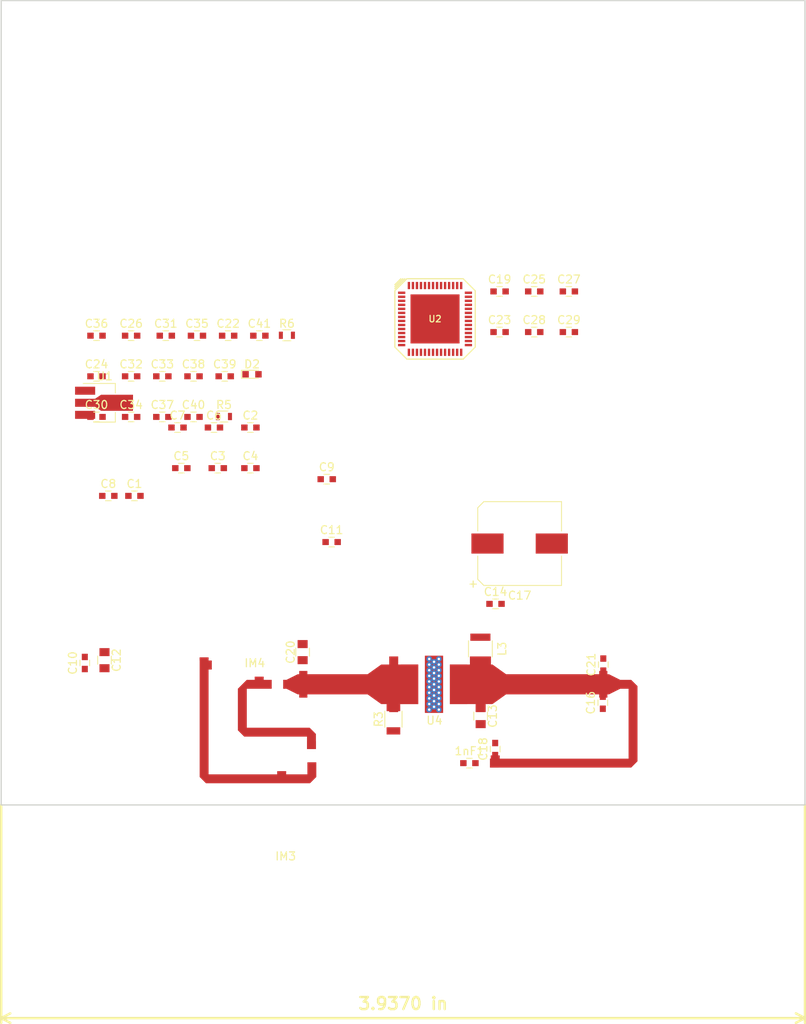
<source format=kicad_pcb>
(kicad_pcb (version 20171130) (host pcbnew "(5.0.0-rc2-dev-194-g8567eab09)")

  (general
    (thickness 0.6)
    (drawings 5)
    (tracks 0)
    (zones 0)
    (modules 53)
    (nets 48)
  )

  (page A4)
  (layers
    (0 F.Cu signal)
    (31 B.Cu signal)
    (32 B.Adhes user)
    (33 F.Adhes user)
    (34 B.Paste user)
    (35 F.Paste user)
    (36 B.SilkS user)
    (37 F.SilkS user)
    (38 B.Mask user)
    (39 F.Mask user)
    (40 Dwgs.User user)
    (41 Cmts.User user)
    (42 Eco1.User user)
    (43 Eco2.User user)
    (44 Edge.Cuts user)
    (45 Margin user)
    (46 B.CrtYd user)
    (47 F.CrtYd user)
    (48 B.Fab user)
    (49 F.Fab user)
  )

  (setup
    (last_trace_width 0.25)
    (trace_clearance 0.2)
    (zone_clearance 0.6)
    (zone_45_only yes)
    (trace_min 0.2)
    (segment_width 0.2)
    (edge_width 0.15)
    (via_size 0.6)
    (via_drill 0.4)
    (via_min_size 0.4)
    (via_min_drill 0.3)
    (uvia_size 0.3)
    (uvia_drill 0.1)
    (uvias_allowed no)
    (uvia_min_size 0.2)
    (uvia_min_drill 0.1)
    (pcb_text_width 0.3)
    (pcb_text_size 1.5 1.5)
    (mod_edge_width 0.15)
    (mod_text_size 1 1)
    (mod_text_width 0.15)
    (pad_size 1.1 1.1)
    (pad_drill 0)
    (pad_to_mask_clearance 0.2)
    (aux_axis_origin 100 150)
    (grid_origin 100 150)
    (visible_elements FFFFFF7F)
    (pcbplotparams
      (layerselection 0x00030_80000001)
      (usegerberextensions false)
      (usegerberattributes false)
      (usegerberadvancedattributes false)
      (creategerberjobfile false)
      (excludeedgelayer true)
      (linewidth 0.100000)
      (plotframeref false)
      (viasonmask false)
      (mode 1)
      (useauxorigin false)
      (hpglpennumber 1)
      (hpglpenspeed 20)
      (hpglpendiameter 15)
      (psnegative false)
      (psa4output false)
      (plotreference true)
      (plotvalue true)
      (plotinvisibletext false)
      (padsonsilk false)
      (subtractmaskfromsilk false)
      (outputformat 1)
      (mirror false)
      (drillshape 1)
      (scaleselection 1)
      (outputdirectory ""))
  )

  (net 0 "")
  (net 1 GND)
  (net 2 VCC)
  (net 3 "/Power Amplifier/RF_OUT")
  (net 4 "Net-(C1-Pad1)")
  (net 5 "/IQ Modulator/RFOUT")
  (net 6 +5V)
  (net 7 "Net-(C11-Pad1)")
  (net 8 "Net-(1nF1-Pad2)")
  (net 9 "Net-(C12-Pad1)")
  (net 10 "Net-(C18-Pad1)")
  (net 11 "Net-(C21-Pad1)")
  (net 12 "Net-(IM1-Pad1)")
  (net 13 "Net-(C8-Pad1)")
  (net 14 "Net-(C13-Pad2)")
  (net 15 "Net-(C13-Pad1)")
  (net 16 "Net-(C20-Pad1)")
  (net 17 "Net-(IM2-Pad1)")
  (net 18 "Net-(L3-Pad1)")
  (net 19 "Net-(C19-Pad2)")
  (net 20 "/IQ Modulator/IBB")
  (net 21 "/IQ Modulator/~QBB")
  (net 22 "/IQ Modulator/~IBB")
  (net 23 "Net-(R5-Pad2)")
  (net 24 "Net-(U2-Pad8)")
  (net 25 "Net-(U2-Pad9)")
  (net 26 "Net-(U2-Pad10)")
  (net 27 "Net-(U2-Pad17)")
  (net 28 "Net-(U2-Pad18)")
  (net 29 "/IQ Modulator/CS")
  (net 30 "/IQ Modulator/SDO")
  (net 31 "/IQ Modulator/SDI")
  (net 32 "/IQ Modulator/CLK")
  (net 33 "Net-(U2-Pad38)")
  (net 34 "Net-(TP1-Pad1)")
  (net 35 "Net-(R6-Pad2)")
  (net 36 "/IQ Modulator/TXDIS")
  (net 37 "Net-(C15-Pad2)")
  (net 38 "Net-(C2-Pad1)")
  (net 39 "Net-(C3-Pad1)")
  (net 40 "Net-(C8-Pad2)")
  (net 41 "Net-(C28-Pad2)")
  (net 42 "Net-(C30-Pad2)")
  (net 43 "Net-(C31-Pad2)")
  (net 44 "Net-(D2-Pad2)")
  (net 45 "Net-(IM3-Pad1)")
  (net 46 "Net-(IM4-Pad1)")
  (net 47 "Net-(C16-Pad2)")

  (net_class Default "This is the default net class."
    (clearance 0.2)
    (trace_width 0.25)
    (via_dia 0.6)
    (via_drill 0.4)
    (uvia_dia 0.3)
    (uvia_drill 0.1)
    (add_net +5V)
    (add_net "/IQ Modulator/CLK")
    (add_net "/IQ Modulator/CS")
    (add_net "/IQ Modulator/IBB")
    (add_net "/IQ Modulator/RFOUT")
    (add_net "/IQ Modulator/SDI")
    (add_net "/IQ Modulator/SDO")
    (add_net "/IQ Modulator/TXDIS")
    (add_net "/IQ Modulator/~IBB")
    (add_net "/IQ Modulator/~QBB")
    (add_net "/Power Amplifier/RF_OUT")
    (add_net GND)
    (add_net "Net-(1nF1-Pad2)")
    (add_net "Net-(C1-Pad1)")
    (add_net "Net-(C11-Pad1)")
    (add_net "Net-(C12-Pad1)")
    (add_net "Net-(C13-Pad1)")
    (add_net "Net-(C13-Pad2)")
    (add_net "Net-(C15-Pad2)")
    (add_net "Net-(C16-Pad1)")
    (add_net "Net-(C16-Pad2)")
    (add_net "Net-(C18-Pad1)")
    (add_net "Net-(C19-Pad2)")
    (add_net "Net-(C2-Pad1)")
    (add_net "Net-(C20-Pad1)")
    (add_net "Net-(C21-Pad1)")
    (add_net "Net-(C28-Pad2)")
    (add_net "Net-(C3-Pad1)")
    (add_net "Net-(C30-Pad2)")
    (add_net "Net-(C31-Pad2)")
    (add_net "Net-(C8-Pad1)")
    (add_net "Net-(C8-Pad2)")
    (add_net "Net-(D2-Pad2)")
    (add_net "Net-(IM1-Pad1)")
    (add_net "Net-(IM2-Pad1)")
    (add_net "Net-(IM3-Pad1)")
    (add_net "Net-(IM4-Pad1)")
    (add_net "Net-(L3-Pad1)")
    (add_net "Net-(R5-Pad2)")
    (add_net "Net-(R6-Pad2)")
    (add_net "Net-(TP1-Pad1)")
    (add_net "Net-(U2-Pad10)")
    (add_net "Net-(U2-Pad17)")
    (add_net "Net-(U2-Pad18)")
    (add_net "Net-(U2-Pad38)")
    (add_net "Net-(U2-Pad8)")
    (add_net "Net-(U2-Pad9)")
    (add_net VCC)
  )

  (module sdr-transmitter:PA_Output_Match (layer F.Cu) (tedit 5B0B16FA) (tstamp 5B0E3E3C)
    (at 156.9 135)
    (path /5A2AAB8B/5B0D2118)
    (fp_text reference IM2 (at -0.129 4.825) (layer F.SilkS) hide
      (effects (font (size 1 1) (thickness 0.15)))
    )
    (fp_text value PA_Output_Match (at 12.74 5.32) (layer F.Fab) hide
      (effects (font (size 1 1) (thickness 0.15)))
    )
    (pad 1 smd rect (at 4.465 9.8) (size 1.1 1.1) (layers F.Cu F.Paste F.Mask)
      (net 11 "Net-(C21-Pad1)"))
    (pad 1 smd rect (at 4.56 9.05) (size 1.1 0.4) (layers F.Cu F.Paste F.Mask)
      (net 11 "Net-(C21-Pad1)"))
    (pad 1 smd rect (at 18.01 1.45) (size 1 0.4) (layers F.Cu F.Paste F.Mask)
      (net 11 "Net-(C21-Pad1)"))
    (pad 1 smd rect (at 18.01 -1.45) (size 1 0.4) (layers F.Cu F.Paste F.Mask)
      (net 11 "Net-(C21-Pad1)"))
    (pad 1 smd rect (at 2.72 2.955) (size 1.1 1) (layers F.Cu F.Paste F.Mask)
      (net 11 "Net-(C21-Pad1)"))
    (pad 1 smd rect (at 2.72 -2.955) (size 2.6 1) (layers F.Cu F.Paste F.Mask)
      (net 11 "Net-(C21-Pad1)"))
    (pad 1 smd custom (at 0 0) (size 2.16 4.91) (layers F.Cu F.Paste F.Mask)
      (net 11 "Net-(C21-Pad1)") (zone_connect 0)
      (options (clearance outline) (anchor rect))
      (primitives
        (gr_poly (pts
           (xy -1.08 -2.455) (xy -1.08 2.455) (xy 2.17 2.455) (xy 2.17 3.455) (xy 3.27 3.455)
           (xy 3.27 2.455) (xy 4.22 2.455) (xy 5.91 1.25) (xy 17.51 1.25) (xy 17.51 1.65)
           (xy 18.51 1.65) (xy 18.51 1.25) (xy 18.705 1.25) (xy 18.71 1.25) (xy 20.11 0.55)
           (xy 21.16 0.55) (xy 21.16 9.25) (xy 5.11 9.25) (xy 5.11 8.85) (xy 4.01 8.85)
           (xy 4.01 9.25) (xy 3.91 9.25) (xy 3.91 10.35) (xy 21.48 10.35) (xy 22.26 9.57)
           (xy 22.26 0.225) (xy 21.48 -0.55) (xy 20.11 -0.55) (xy 18.71 -1.25) (xy 18.51 -1.25)
           (xy 18.51 -1.65) (xy 17.51 -1.65) (xy 17.51 -1.25) (xy 5.91 -1.25) (xy 4.22 -2.455)
           (xy 4.02 -2.455) (xy 4.02 -3.455) (xy 1.42 -3.455) (xy 1.42 -2.455)) (width 0.01))
      ))
  )

  (module sdr-transmitter:PA_Input_Match (layer F.Cu) (tedit 5B0C286D) (tstamp 5B0E3E29)
    (at 149.38 138.455)
    (path /5A2AAB8B/5B1165A4)
    (fp_text reference IM1 (at -0.06 1.73) (layer F.SilkS) hide
      (effects (font (size 1 1) (thickness 0.15)))
    )
    (fp_text value PA_Input_Match (at 2.155 2.88) (layer F.Fab) hide
      (effects (font (size 1 1) (thickness 0.15)))
    )
    (pad 1 smd rect (at -14.185 -3.455) (size 0.2 1.1) (layers F.Cu F.Paste F.Mask)
      (net 9 "Net-(C12-Pad1)"))
    (pad 1 smd rect (at -11.79 -2.005) (size 1 0.4) (layers F.Cu F.Paste F.Mask)
      (net 9 "Net-(C12-Pad1)"))
    (pad 1 smd rect (at -11.79 -4.905) (size 1 0.4) (layers F.Cu F.Paste F.Mask)
      (net 9 "Net-(C12-Pad1)"))
    (pad 1 smd rect (at -0.55 -0.5) (size 1.1 1) (layers F.Cu F.Paste F.Mask)
      (net 9 "Net-(C12-Pad1)"))
    (pad 1 smd rect (at -0.55 -6.41) (size 1.1 1) (layers F.Cu F.Paste F.Mask)
      (net 9 "Net-(C12-Pad1)"))
    (pad 1 smd custom (at 1.42 -3.455) (size 2.16 4.91) (layers F.Cu F.Paste F.Mask)
      (net 9 "Net-(C12-Pad1)") (zone_connect 0)
      (options (clearance outline) (anchor rect))
      (primitives
        (gr_poly (pts
           (xy -1.42 3.455) (xy -1.42 2.455) (xy 1.08 2.455) (xy 1.08 -2.455) (xy -1.42 -2.455)
           (xy -1.42 -3.455) (xy -2.52 -3.455) (xy -2.52 -2.455) (xy -3.52 -2.455) (xy -5.21 -1.25)
           (xy -12.71 -1.25) (xy -12.71 -1.65) (xy -13.71 -1.65) (xy -13.71 -1.25) (xy -13.91 -1.25)
           (xy -15.31 -0.55) (xy -15.71 -0.55) (xy -15.71 0.55) (xy -15.315 0.55) (xy -15.31 0.55)
           (xy -13.91 1.25) (xy -13.71 1.25) (xy -13.71 1.65) (xy -12.71 1.65) (xy -12.71 1.25)
           (xy -5.21 1.25) (xy -3.52 2.455) (xy -2.52 2.455) (xy -2.52 3.455)) (width 0.01))
      ))
  )

  (module Capacitors_SMD:C_0603 (layer F.Cu) (tedit 59958EE7) (tstamp 5A2BD8BF)
    (at 110.4 132.35 90)
    (descr "Capacitor SMD 0603, reflow soldering, AVX (see smccp.pdf)")
    (tags "capacitor 0603")
    (path /5A2AAB8B/5B0CEB0D)
    (attr smd)
    (fp_text reference C10 (at 0 -1.5 90) (layer F.SilkS)
      (effects (font (size 1 1) (thickness 0.15)))
    )
    (fp_text value 100n (at 0 1.5 90) (layer F.Fab)
      (effects (font (size 1 1) (thickness 0.15)))
    )
    (fp_line (start 1.4 0.65) (end -1.4 0.65) (layer F.CrtYd) (width 0.05))
    (fp_line (start 1.4 0.65) (end 1.4 -0.65) (layer F.CrtYd) (width 0.05))
    (fp_line (start -1.4 -0.65) (end -1.4 0.65) (layer F.CrtYd) (width 0.05))
    (fp_line (start -1.4 -0.65) (end 1.4 -0.65) (layer F.CrtYd) (width 0.05))
    (fp_line (start 0.35 0.6) (end -0.35 0.6) (layer F.SilkS) (width 0.12))
    (fp_line (start -0.35 -0.6) (end 0.35 -0.6) (layer F.SilkS) (width 0.12))
    (fp_line (start -0.8 -0.4) (end 0.8 -0.4) (layer F.Fab) (width 0.1))
    (fp_line (start 0.8 -0.4) (end 0.8 0.4) (layer F.Fab) (width 0.1))
    (fp_line (start 0.8 0.4) (end -0.8 0.4) (layer F.Fab) (width 0.1))
    (fp_line (start -0.8 0.4) (end -0.8 -0.4) (layer F.Fab) (width 0.1))
    (fp_text user %R (at 0 0 90) (layer F.Fab)
      (effects (font (size 0.3 0.3) (thickness 0.075)))
    )
    (pad 2 smd rect (at 0.75 0 90) (size 0.8 0.75) (layers F.Cu F.Paste F.Mask)
      (net 1 GND))
    (pad 1 smd rect (at -0.75 0 90) (size 0.8 0.75) (layers F.Cu F.Paste F.Mask)
      (net 2 VCC))
    (model Capacitors_SMD.3dshapes/C_0603.wrl
      (at (xyz 0 0 0))
      (scale (xyz 1 1 1))
      (rotate (xyz 0 0 0))
    )
  )

  (module Capacitors_SMD:C_0603 (layer F.Cu) (tedit 59958EE7) (tstamp 5A2BD8D1)
    (at 161.5 125)
    (descr "Capacitor SMD 0603, reflow soldering, AVX (see smccp.pdf)")
    (tags "capacitor 0603")
    (path /5A2AAB8B/5A2AC639)
    (attr smd)
    (fp_text reference C14 (at 0 -1.5) (layer F.SilkS)
      (effects (font (size 1 1) (thickness 0.15)))
    )
    (fp_text value 100p (at 0 1.5) (layer F.Fab)
      (effects (font (size 1 1) (thickness 0.15)))
    )
    (fp_line (start 1.4 0.65) (end -1.4 0.65) (layer F.CrtYd) (width 0.05))
    (fp_line (start 1.4 0.65) (end 1.4 -0.65) (layer F.CrtYd) (width 0.05))
    (fp_line (start -1.4 -0.65) (end -1.4 0.65) (layer F.CrtYd) (width 0.05))
    (fp_line (start -1.4 -0.65) (end 1.4 -0.65) (layer F.CrtYd) (width 0.05))
    (fp_line (start 0.35 0.6) (end -0.35 0.6) (layer F.SilkS) (width 0.12))
    (fp_line (start -0.35 -0.6) (end 0.35 -0.6) (layer F.SilkS) (width 0.12))
    (fp_line (start -0.8 -0.4) (end 0.8 -0.4) (layer F.Fab) (width 0.1))
    (fp_line (start 0.8 -0.4) (end 0.8 0.4) (layer F.Fab) (width 0.1))
    (fp_line (start 0.8 0.4) (end -0.8 0.4) (layer F.Fab) (width 0.1))
    (fp_line (start -0.8 0.4) (end -0.8 -0.4) (layer F.Fab) (width 0.1))
    (fp_text user %R (at 0 0) (layer F.Fab)
      (effects (font (size 0.3 0.3) (thickness 0.075)))
    )
    (pad 2 smd rect (at 0.75 0) (size 0.8 0.75) (layers F.Cu F.Paste F.Mask)
      (net 1 GND))
    (pad 1 smd rect (at -0.75 0) (size 0.8 0.75) (layers F.Cu F.Paste F.Mask)
      (net 2 VCC))
    (model Capacitors_SMD.3dshapes/C_0603.wrl
      (at (xyz 0 0 0))
      (scale (xyz 1 1 1))
      (rotate (xyz 0 0 0))
    )
  )

  (module TO_SOT_Packages_SMD:SOT-89-3_Handsoldering (layer F.Cu) (tedit 58CE4E7F) (tstamp 5A2BD8EC)
    (at 112.42 100)
    (descr "SOT-89-3 Handsoldering")
    (tags "SOT-89-3 Handsoldering")
    (path /5A2AAB8B/5B0AD75A)
    (attr smd)
    (fp_text reference U1 (at 0.45 -3.3) (layer F.SilkS)
      (effects (font (size 1 1) (thickness 0.15)))
    )
    (fp_text value BGA7027 (at 0.5 3.15) (layer F.Fab)
      (effects (font (size 1 1) (thickness 0.15)))
    )
    (fp_text user %R (at 0.38 0 90) (layer F.Fab)
      (effects (font (size 0.6 0.6) (thickness 0.09)))
    )
    (fp_line (start -3.5 2.55) (end 4.25 2.55) (layer F.CrtYd) (width 0.05))
    (fp_line (start 4.25 2.55) (end 4.25 -2.55) (layer F.CrtYd) (width 0.05))
    (fp_line (start 4.25 -2.55) (end -3.5 -2.55) (layer F.CrtYd) (width 0.05))
    (fp_line (start -3.5 -2.55) (end -3.5 2.55) (layer F.CrtYd) (width 0.05))
    (fp_line (start 1.78 1.2) (end 1.78 2.4) (layer F.SilkS) (width 0.12))
    (fp_line (start 1.78 2.4) (end -0.92 2.4) (layer F.SilkS) (width 0.12))
    (fp_line (start -2.22 -2.4) (end 1.78 -2.4) (layer F.SilkS) (width 0.12))
    (fp_line (start 1.78 -2.4) (end 1.78 -1.2) (layer F.SilkS) (width 0.12))
    (fp_line (start -0.92 -1.51) (end -0.13 -2.3) (layer F.Fab) (width 0.1))
    (fp_line (start 1.68 -2.3) (end 1.68 2.3) (layer F.Fab) (width 0.1))
    (fp_line (start 1.68 2.3) (end -0.92 2.3) (layer F.Fab) (width 0.1))
    (fp_line (start -0.92 2.3) (end -0.92 -1.51) (layer F.Fab) (width 0.1))
    (fp_line (start -0.13 -2.3) (end 1.68 -2.3) (layer F.Fab) (width 0.1))
    (pad 1 smd rect (at -1.98 -1.5 270) (size 1 2.5) (layers F.Cu F.Paste F.Mask)
      (net 46 "Net-(IM4-Pad1)"))
    (pad 2 smd rect (at -1.98 0 270) (size 1 2.5) (layers F.Cu F.Paste F.Mask)
      (net 1 GND))
    (pad 3 smd rect (at -1.98 1.5 270) (size 1 2.5) (layers F.Cu F.Paste F.Mask)
      (net 45 "Net-(IM3-Pad1)"))
    (pad 2 smd rect (at 1.98 0 270) (size 2 4) (layers F.Cu F.Paste F.Mask)
      (net 1 GND))
    (pad 2 smd trapezoid (at -0.37 0 90) (size 1.5 0.75) (rect_delta 0 0.5 ) (layers F.Cu F.Paste F.Mask)
      (net 1 GND))
    (model ${KISYS3DMOD}/TO_SOT_Packages_SMD.3dshapes/SOT-89-3.wrl
      (at (xyz 0 0 0))
      (scale (xyz 1 1 1))
      (rotate (xyz 0 0 0))
    )
  )

  (module Capacitors_SMD:C_0603 (layer F.Cu) (tedit 59958EE7) (tstamp 5A2BDBB2)
    (at 116.575001 111.575)
    (descr "Capacitor SMD 0603, reflow soldering, AVX (see smccp.pdf)")
    (tags "capacitor 0603")
    (path /5A2AAB8B/5B0AD78D)
    (attr smd)
    (fp_text reference C1 (at 0 -1.5) (layer F.SilkS)
      (effects (font (size 1 1) (thickness 0.15)))
    )
    (fp_text value 1nF (at 0 1.5) (layer F.Fab)
      (effects (font (size 1 1) (thickness 0.15)))
    )
    (fp_line (start 1.4 0.65) (end -1.4 0.65) (layer F.CrtYd) (width 0.05))
    (fp_line (start 1.4 0.65) (end 1.4 -0.65) (layer F.CrtYd) (width 0.05))
    (fp_line (start -1.4 -0.65) (end -1.4 0.65) (layer F.CrtYd) (width 0.05))
    (fp_line (start -1.4 -0.65) (end 1.4 -0.65) (layer F.CrtYd) (width 0.05))
    (fp_line (start 0.35 0.6) (end -0.35 0.6) (layer F.SilkS) (width 0.12))
    (fp_line (start -0.35 -0.6) (end 0.35 -0.6) (layer F.SilkS) (width 0.12))
    (fp_line (start -0.8 -0.4) (end 0.8 -0.4) (layer F.Fab) (width 0.1))
    (fp_line (start 0.8 -0.4) (end 0.8 0.4) (layer F.Fab) (width 0.1))
    (fp_line (start 0.8 0.4) (end -0.8 0.4) (layer F.Fab) (width 0.1))
    (fp_line (start -0.8 0.4) (end -0.8 -0.4) (layer F.Fab) (width 0.1))
    (fp_text user %R (at 0 0) (layer F.Fab)
      (effects (font (size 0.3 0.3) (thickness 0.075)))
    )
    (pad 2 smd rect (at 0.75 0) (size 0.8 0.75) (layers F.Cu F.Paste F.Mask)
      (net 5 "/IQ Modulator/RFOUT"))
    (pad 1 smd rect (at -0.75 0) (size 0.8 0.75) (layers F.Cu F.Paste F.Mask)
      (net 4 "Net-(C1-Pad1)"))
    (model Capacitors_SMD.3dshapes/C_0603.wrl
      (at (xyz 0 0 0))
      (scale (xyz 1 1 1))
      (rotate (xyz 0 0 0))
    )
  )

  (module Capacitors_SMD:C_0603 (layer F.Cu) (tedit 59958EE7) (tstamp 5A2BDBB8)
    (at 131.003333 103.075)
    (descr "Capacitor SMD 0603, reflow soldering, AVX (see smccp.pdf)")
    (tags "capacitor 0603")
    (path /5A2AAB8B/5B0AD73E)
    (attr smd)
    (fp_text reference C2 (at 0 -1.5) (layer F.SilkS)
      (effects (font (size 1 1) (thickness 0.15)))
    )
    (fp_text value 10pF (at 0 1.5) (layer F.Fab)
      (effects (font (size 1 1) (thickness 0.15)))
    )
    (fp_line (start 1.4 0.65) (end -1.4 0.65) (layer F.CrtYd) (width 0.05))
    (fp_line (start 1.4 0.65) (end 1.4 -0.65) (layer F.CrtYd) (width 0.05))
    (fp_line (start -1.4 -0.65) (end -1.4 0.65) (layer F.CrtYd) (width 0.05))
    (fp_line (start -1.4 -0.65) (end 1.4 -0.65) (layer F.CrtYd) (width 0.05))
    (fp_line (start 0.35 0.6) (end -0.35 0.6) (layer F.SilkS) (width 0.12))
    (fp_line (start -0.35 -0.6) (end 0.35 -0.6) (layer F.SilkS) (width 0.12))
    (fp_line (start -0.8 -0.4) (end 0.8 -0.4) (layer F.Fab) (width 0.1))
    (fp_line (start 0.8 -0.4) (end 0.8 0.4) (layer F.Fab) (width 0.1))
    (fp_line (start 0.8 0.4) (end -0.8 0.4) (layer F.Fab) (width 0.1))
    (fp_line (start -0.8 0.4) (end -0.8 -0.4) (layer F.Fab) (width 0.1))
    (fp_text user %R (at 0 0) (layer F.Fab)
      (effects (font (size 0.3 0.3) (thickness 0.075)))
    )
    (pad 2 smd rect (at 0.75 0) (size 0.8 0.75) (layers F.Cu F.Paste F.Mask)
      (net 1 GND))
    (pad 1 smd rect (at -0.75 0) (size 0.8 0.75) (layers F.Cu F.Paste F.Mask)
      (net 38 "Net-(C2-Pad1)"))
    (model Capacitors_SMD.3dshapes/C_0603.wrl
      (at (xyz 0 0 0))
      (scale (xyz 1 1 1))
      (rotate (xyz 0 0 0))
    )
  )

  (module Capacitors_SMD:C_0603 (layer F.Cu) (tedit 59958EE7) (tstamp 5A2BDBBE)
    (at 126.943333 108.125)
    (descr "Capacitor SMD 0603, reflow soldering, AVX (see smccp.pdf)")
    (tags "capacitor 0603")
    (path /5A2AAB8B/5B0AD745)
    (attr smd)
    (fp_text reference C3 (at 0 -1.5) (layer F.SilkS)
      (effects (font (size 1 1) (thickness 0.15)))
    )
    (fp_text value 33pF (at 0 1.5) (layer F.Fab)
      (effects (font (size 1 1) (thickness 0.15)))
    )
    (fp_line (start 1.4 0.65) (end -1.4 0.65) (layer F.CrtYd) (width 0.05))
    (fp_line (start 1.4 0.65) (end 1.4 -0.65) (layer F.CrtYd) (width 0.05))
    (fp_line (start -1.4 -0.65) (end -1.4 0.65) (layer F.CrtYd) (width 0.05))
    (fp_line (start -1.4 -0.65) (end 1.4 -0.65) (layer F.CrtYd) (width 0.05))
    (fp_line (start 0.35 0.6) (end -0.35 0.6) (layer F.SilkS) (width 0.12))
    (fp_line (start -0.35 -0.6) (end 0.35 -0.6) (layer F.SilkS) (width 0.12))
    (fp_line (start -0.8 -0.4) (end 0.8 -0.4) (layer F.Fab) (width 0.1))
    (fp_line (start 0.8 -0.4) (end 0.8 0.4) (layer F.Fab) (width 0.1))
    (fp_line (start 0.8 0.4) (end -0.8 0.4) (layer F.Fab) (width 0.1))
    (fp_line (start -0.8 0.4) (end -0.8 -0.4) (layer F.Fab) (width 0.1))
    (fp_text user %R (at 0 0) (layer F.Fab)
      (effects (font (size 0.3 0.3) (thickness 0.075)))
    )
    (pad 2 smd rect (at 0.75 0) (size 0.8 0.75) (layers F.Cu F.Paste F.Mask)
      (net 1 GND))
    (pad 1 smd rect (at -0.75 0) (size 0.8 0.75) (layers F.Cu F.Paste F.Mask)
      (net 39 "Net-(C3-Pad1)"))
    (model Capacitors_SMD.3dshapes/C_0603.wrl
      (at (xyz 0 0 0))
      (scale (xyz 1 1 1))
      (rotate (xyz 0 0 0))
    )
  )

  (module Capacitors_SMD:C_0603 (layer F.Cu) (tedit 59958EE7) (tstamp 5A2BDBC4)
    (at 131.003333 108.125)
    (descr "Capacitor SMD 0603, reflow soldering, AVX (see smccp.pdf)")
    (tags "capacitor 0603")
    (path /5A22ED7D/5B300722)
    (attr smd)
    (fp_text reference C4 (at 0 -1.5) (layer F.SilkS)
      (effects (font (size 1 1) (thickness 0.15)))
    )
    (fp_text value 100n (at 0 1.5) (layer F.Fab)
      (effects (font (size 1 1) (thickness 0.15)))
    )
    (fp_line (start 1.4 0.65) (end -1.4 0.65) (layer F.CrtYd) (width 0.05))
    (fp_line (start 1.4 0.65) (end 1.4 -0.65) (layer F.CrtYd) (width 0.05))
    (fp_line (start -1.4 -0.65) (end -1.4 0.65) (layer F.CrtYd) (width 0.05))
    (fp_line (start -1.4 -0.65) (end 1.4 -0.65) (layer F.CrtYd) (width 0.05))
    (fp_line (start 0.35 0.6) (end -0.35 0.6) (layer F.SilkS) (width 0.12))
    (fp_line (start -0.35 -0.6) (end 0.35 -0.6) (layer F.SilkS) (width 0.12))
    (fp_line (start -0.8 -0.4) (end 0.8 -0.4) (layer F.Fab) (width 0.1))
    (fp_line (start 0.8 -0.4) (end 0.8 0.4) (layer F.Fab) (width 0.1))
    (fp_line (start 0.8 0.4) (end -0.8 0.4) (layer F.Fab) (width 0.1))
    (fp_line (start -0.8 0.4) (end -0.8 -0.4) (layer F.Fab) (width 0.1))
    (fp_text user %R (at 0 0) (layer F.Fab)
      (effects (font (size 0.3 0.3) (thickness 0.075)))
    )
    (pad 2 smd rect (at 0.75 0) (size 0.8 0.75) (layers F.Cu F.Paste F.Mask)
      (net 6 +5V))
    (pad 1 smd rect (at -0.75 0) (size 0.8 0.75) (layers F.Cu F.Paste F.Mask)
      (net 1 GND))
    (model Capacitors_SMD.3dshapes/C_0603.wrl
      (at (xyz 0 0 0))
      (scale (xyz 1 1 1))
      (rotate (xyz 0 0 0))
    )
  )

  (module Capacitors_SMD:C_0603 (layer F.Cu) (tedit 59958EE7) (tstamp 5A2BDBCA)
    (at 122.409524 108.125)
    (descr "Capacitor SMD 0603, reflow soldering, AVX (see smccp.pdf)")
    (tags "capacitor 0603")
    (path /5A2AAB8B/5B0AD7AE)
    (attr smd)
    (fp_text reference C5 (at 0 -1.5) (layer F.SilkS)
      (effects (font (size 1 1) (thickness 0.15)))
    )
    (fp_text value 100nF (at 0 1.5) (layer F.Fab)
      (effects (font (size 1 1) (thickness 0.15)))
    )
    (fp_line (start 1.4 0.65) (end -1.4 0.65) (layer F.CrtYd) (width 0.05))
    (fp_line (start 1.4 0.65) (end 1.4 -0.65) (layer F.CrtYd) (width 0.05))
    (fp_line (start -1.4 -0.65) (end -1.4 0.65) (layer F.CrtYd) (width 0.05))
    (fp_line (start -1.4 -0.65) (end 1.4 -0.65) (layer F.CrtYd) (width 0.05))
    (fp_line (start 0.35 0.6) (end -0.35 0.6) (layer F.SilkS) (width 0.12))
    (fp_line (start -0.35 -0.6) (end 0.35 -0.6) (layer F.SilkS) (width 0.12))
    (fp_line (start -0.8 -0.4) (end 0.8 -0.4) (layer F.Fab) (width 0.1))
    (fp_line (start 0.8 -0.4) (end 0.8 0.4) (layer F.Fab) (width 0.1))
    (fp_line (start 0.8 0.4) (end -0.8 0.4) (layer F.Fab) (width 0.1))
    (fp_line (start -0.8 0.4) (end -0.8 -0.4) (layer F.Fab) (width 0.1))
    (fp_text user %R (at 0 0) (layer F.Fab)
      (effects (font (size 0.3 0.3) (thickness 0.075)))
    )
    (pad 2 smd rect (at 0.75 0) (size 0.8 0.75) (layers F.Cu F.Paste F.Mask)
      (net 1 GND))
    (pad 1 smd rect (at -0.75 0) (size 0.8 0.75) (layers F.Cu F.Paste F.Mask)
      (net 6 +5V))
    (model Capacitors_SMD.3dshapes/C_0603.wrl
      (at (xyz 0 0 0))
      (scale (xyz 1 1 1))
      (rotate (xyz 0 0 0))
    )
  )

  (module Capacitors_SMD:C_0603 (layer F.Cu) (tedit 59958EE7) (tstamp 5A2BDBD0)
    (at 126.469524 103.075)
    (descr "Capacitor SMD 0603, reflow soldering, AVX (see smccp.pdf)")
    (tags "capacitor 0603")
    (path /5A2AAB8B/5B0AD7A7)
    (attr smd)
    (fp_text reference C6 (at 0 -1.5) (layer F.SilkS)
      (effects (font (size 1 1) (thickness 0.15)))
    )
    (fp_text value 100pF (at 0 1.5) (layer F.Fab)
      (effects (font (size 1 1) (thickness 0.15)))
    )
    (fp_line (start 1.4 0.65) (end -1.4 0.65) (layer F.CrtYd) (width 0.05))
    (fp_line (start 1.4 0.65) (end 1.4 -0.65) (layer F.CrtYd) (width 0.05))
    (fp_line (start -1.4 -0.65) (end -1.4 0.65) (layer F.CrtYd) (width 0.05))
    (fp_line (start -1.4 -0.65) (end 1.4 -0.65) (layer F.CrtYd) (width 0.05))
    (fp_line (start 0.35 0.6) (end -0.35 0.6) (layer F.SilkS) (width 0.12))
    (fp_line (start -0.35 -0.6) (end 0.35 -0.6) (layer F.SilkS) (width 0.12))
    (fp_line (start -0.8 -0.4) (end 0.8 -0.4) (layer F.Fab) (width 0.1))
    (fp_line (start 0.8 -0.4) (end 0.8 0.4) (layer F.Fab) (width 0.1))
    (fp_line (start 0.8 0.4) (end -0.8 0.4) (layer F.Fab) (width 0.1))
    (fp_line (start -0.8 0.4) (end -0.8 -0.4) (layer F.Fab) (width 0.1))
    (fp_text user %R (at 0 0) (layer F.Fab)
      (effects (font (size 0.3 0.3) (thickness 0.075)))
    )
    (pad 2 smd rect (at 0.75 0) (size 0.8 0.75) (layers F.Cu F.Paste F.Mask)
      (net 1 GND))
    (pad 1 smd rect (at -0.75 0) (size 0.8 0.75) (layers F.Cu F.Paste F.Mask)
      (net 6 +5V))
    (model Capacitors_SMD.3dshapes/C_0603.wrl
      (at (xyz 0 0 0))
      (scale (xyz 1 1 1))
      (rotate (xyz 0 0 0))
    )
  )

  (module Capacitors_SMD:C_0603 (layer F.Cu) (tedit 59958EE7) (tstamp 5A2BDBD6)
    (at 121.933333 103.075)
    (descr "Capacitor SMD 0603, reflow soldering, AVX (see smccp.pdf)")
    (tags "capacitor 0603")
    (path /5A22ED7D/5B30074C)
    (attr smd)
    (fp_text reference C7 (at 0 -1.5) (layer F.SilkS)
      (effects (font (size 1 1) (thickness 0.15)))
    )
    (fp_text value 10p (at 0 1.5) (layer F.Fab)
      (effects (font (size 1 1) (thickness 0.15)))
    )
    (fp_line (start 1.4 0.65) (end -1.4 0.65) (layer F.CrtYd) (width 0.05))
    (fp_line (start 1.4 0.65) (end 1.4 -0.65) (layer F.CrtYd) (width 0.05))
    (fp_line (start -1.4 -0.65) (end -1.4 0.65) (layer F.CrtYd) (width 0.05))
    (fp_line (start -1.4 -0.65) (end 1.4 -0.65) (layer F.CrtYd) (width 0.05))
    (fp_line (start 0.35 0.6) (end -0.35 0.6) (layer F.SilkS) (width 0.12))
    (fp_line (start -0.35 -0.6) (end 0.35 -0.6) (layer F.SilkS) (width 0.12))
    (fp_line (start -0.8 -0.4) (end 0.8 -0.4) (layer F.Fab) (width 0.1))
    (fp_line (start 0.8 -0.4) (end 0.8 0.4) (layer F.Fab) (width 0.1))
    (fp_line (start 0.8 0.4) (end -0.8 0.4) (layer F.Fab) (width 0.1))
    (fp_line (start -0.8 0.4) (end -0.8 -0.4) (layer F.Fab) (width 0.1))
    (fp_text user %R (at 0 0) (layer F.Fab)
      (effects (font (size 0.3 0.3) (thickness 0.075)))
    )
    (pad 2 smd rect (at 0.75 0) (size 0.8 0.75) (layers F.Cu F.Paste F.Mask)
      (net 6 +5V))
    (pad 1 smd rect (at -0.75 0) (size 0.8 0.75) (layers F.Cu F.Paste F.Mask)
      (net 1 GND))
    (model Capacitors_SMD.3dshapes/C_0603.wrl
      (at (xyz 0 0 0))
      (scale (xyz 1 1 1))
      (rotate (xyz 0 0 0))
    )
  )

  (module Capacitors_SMD:C_0603 (layer F.Cu) (tedit 59958EE7) (tstamp 5A2BDBDC)
    (at 113.325001 111.575)
    (descr "Capacitor SMD 0603, reflow soldering, AVX (see smccp.pdf)")
    (tags "capacitor 0603")
    (path /5A2AAB8B/5B0AD795)
    (attr smd)
    (fp_text reference C8 (at 0 -1.5) (layer F.SilkS)
      (effects (font (size 1 1) (thickness 0.15)))
    )
    (fp_text value 1nF (at 0 1.5) (layer F.Fab)
      (effects (font (size 1 1) (thickness 0.15)))
    )
    (fp_line (start 1.4 0.65) (end -1.4 0.65) (layer F.CrtYd) (width 0.05))
    (fp_line (start 1.4 0.65) (end 1.4 -0.65) (layer F.CrtYd) (width 0.05))
    (fp_line (start -1.4 -0.65) (end -1.4 0.65) (layer F.CrtYd) (width 0.05))
    (fp_line (start -1.4 -0.65) (end 1.4 -0.65) (layer F.CrtYd) (width 0.05))
    (fp_line (start 0.35 0.6) (end -0.35 0.6) (layer F.SilkS) (width 0.12))
    (fp_line (start -0.35 -0.6) (end 0.35 -0.6) (layer F.SilkS) (width 0.12))
    (fp_line (start -0.8 -0.4) (end 0.8 -0.4) (layer F.Fab) (width 0.1))
    (fp_line (start 0.8 -0.4) (end 0.8 0.4) (layer F.Fab) (width 0.1))
    (fp_line (start 0.8 0.4) (end -0.8 0.4) (layer F.Fab) (width 0.1))
    (fp_line (start -0.8 0.4) (end -0.8 -0.4) (layer F.Fab) (width 0.1))
    (fp_text user %R (at 0 0) (layer F.Fab)
      (effects (font (size 0.3 0.3) (thickness 0.075)))
    )
    (pad 2 smd rect (at 0.75 0) (size 0.8 0.75) (layers F.Cu F.Paste F.Mask)
      (net 40 "Net-(C8-Pad2)"))
    (pad 1 smd rect (at -0.75 0) (size 0.8 0.75) (layers F.Cu F.Paste F.Mask)
      (net 13 "Net-(C8-Pad1)"))
    (model Capacitors_SMD.3dshapes/C_0603.wrl
      (at (xyz 0 0 0))
      (scale (xyz 1 1 1))
      (rotate (xyz 0 0 0))
    )
  )

  (module Capacitors_SMD:C_0603 (layer F.Cu) (tedit 59958EE7) (tstamp 5A2BDBE2)
    (at 140.5 109.5)
    (descr "Capacitor SMD 0603, reflow soldering, AVX (see smccp.pdf)")
    (tags "capacitor 0603")
    (path /5A2AAB8B/5A2AD810)
    (attr smd)
    (fp_text reference C9 (at 0 -1.5) (layer F.SilkS)
      (effects (font (size 1 1) (thickness 0.15)))
    )
    (fp_text value 1uF (at 0 1.5) (layer F.Fab)
      (effects (font (size 1 1) (thickness 0.15)))
    )
    (fp_line (start 1.4 0.65) (end -1.4 0.65) (layer F.CrtYd) (width 0.05))
    (fp_line (start 1.4 0.65) (end 1.4 -0.65) (layer F.CrtYd) (width 0.05))
    (fp_line (start -1.4 -0.65) (end -1.4 0.65) (layer F.CrtYd) (width 0.05))
    (fp_line (start -1.4 -0.65) (end 1.4 -0.65) (layer F.CrtYd) (width 0.05))
    (fp_line (start 0.35 0.6) (end -0.35 0.6) (layer F.SilkS) (width 0.12))
    (fp_line (start -0.35 -0.6) (end 0.35 -0.6) (layer F.SilkS) (width 0.12))
    (fp_line (start -0.8 -0.4) (end 0.8 -0.4) (layer F.Fab) (width 0.1))
    (fp_line (start 0.8 -0.4) (end 0.8 0.4) (layer F.Fab) (width 0.1))
    (fp_line (start 0.8 0.4) (end -0.8 0.4) (layer F.Fab) (width 0.1))
    (fp_line (start -0.8 0.4) (end -0.8 -0.4) (layer F.Fab) (width 0.1))
    (fp_text user %R (at 0 0) (layer F.Fab)
      (effects (font (size 0.3 0.3) (thickness 0.075)))
    )
    (pad 2 smd rect (at 0.75 0) (size 0.8 0.75) (layers F.Cu F.Paste F.Mask)
      (net 1 GND))
    (pad 1 smd rect (at -0.75 0) (size 0.8 0.75) (layers F.Cu F.Paste F.Mask)
      (net 2 VCC))
    (model Capacitors_SMD.3dshapes/C_0603.wrl
      (at (xyz 0 0 0))
      (scale (xyz 1 1 1))
      (rotate (xyz 0 0 0))
    )
  )

  (module Capacitors_SMD:C_0603 (layer F.Cu) (tedit 59958EE7) (tstamp 5A2BDBE8)
    (at 141.111428 117.315)
    (descr "Capacitor SMD 0603, reflow soldering, AVX (see smccp.pdf)")
    (tags "capacitor 0603")
    (path /5A2AAB8B/5A2AD89A)
    (attr smd)
    (fp_text reference C11 (at 0 -1.5) (layer F.SilkS)
      (effects (font (size 1 1) (thickness 0.15)))
    )
    (fp_text value 2.2uF (at 0 1.5) (layer F.Fab)
      (effects (font (size 1 1) (thickness 0.15)))
    )
    (fp_line (start 1.4 0.65) (end -1.4 0.65) (layer F.CrtYd) (width 0.05))
    (fp_line (start 1.4 0.65) (end 1.4 -0.65) (layer F.CrtYd) (width 0.05))
    (fp_line (start -1.4 -0.65) (end -1.4 0.65) (layer F.CrtYd) (width 0.05))
    (fp_line (start -1.4 -0.65) (end 1.4 -0.65) (layer F.CrtYd) (width 0.05))
    (fp_line (start 0.35 0.6) (end -0.35 0.6) (layer F.SilkS) (width 0.12))
    (fp_line (start -0.35 -0.6) (end 0.35 -0.6) (layer F.SilkS) (width 0.12))
    (fp_line (start -0.8 -0.4) (end 0.8 -0.4) (layer F.Fab) (width 0.1))
    (fp_line (start 0.8 -0.4) (end 0.8 0.4) (layer F.Fab) (width 0.1))
    (fp_line (start 0.8 0.4) (end -0.8 0.4) (layer F.Fab) (width 0.1))
    (fp_line (start -0.8 0.4) (end -0.8 -0.4) (layer F.Fab) (width 0.1))
    (fp_text user %R (at 0 0) (layer F.Fab)
      (effects (font (size 0.3 0.3) (thickness 0.075)))
    )
    (pad 2 smd rect (at 0.75 0) (size 0.8 0.75) (layers F.Cu F.Paste F.Mask)
      (net 1 GND))
    (pad 1 smd rect (at -0.75 0) (size 0.8 0.75) (layers F.Cu F.Paste F.Mask)
      (net 7 "Net-(C11-Pad1)"))
    (model Capacitors_SMD.3dshapes/C_0603.wrl
      (at (xyz 0 0 0))
      (scale (xyz 1 1 1))
      (rotate (xyz 0 0 0))
    )
  )

  (module Inductors_SMD:L_1210 (layer F.Cu) (tedit 58307C54) (tstamp 5A2BDCD8)
    (at 159.62 130.595 270)
    (descr "Resistor SMD 1210, reflow soldering, Vishay (see dcrcw.pdf)")
    (tags "resistor 1210")
    (path /5A2AAB8B/5A2AC390)
    (attr smd)
    (fp_text reference L3 (at 0 -2.7 270) (layer F.SilkS)
      (effects (font (size 1 1) (thickness 0.15)))
    )
    (fp_text value 33nH (at 0 2.7 270) (layer F.Fab)
      (effects (font (size 1 1) (thickness 0.15)))
    )
    (fp_text user %R (at 0 0 270) (layer F.Fab)
      (effects (font (size 0.5 0.5) (thickness 0.075)))
    )
    (fp_line (start -1.6 1.25) (end -1.6 -1.25) (layer F.Fab) (width 0.1))
    (fp_line (start 1.6 1.25) (end -1.6 1.25) (layer F.Fab) (width 0.1))
    (fp_line (start 1.6 -1.25) (end 1.6 1.25) (layer F.Fab) (width 0.1))
    (fp_line (start -1.6 -1.25) (end 1.6 -1.25) (layer F.Fab) (width 0.1))
    (fp_line (start -2.2 -1.6) (end 2.2 -1.6) (layer F.CrtYd) (width 0.05))
    (fp_line (start -2.2 1.6) (end 2.2 1.6) (layer F.CrtYd) (width 0.05))
    (fp_line (start -2.2 -1.6) (end -2.2 1.6) (layer F.CrtYd) (width 0.05))
    (fp_line (start 2.2 -1.6) (end 2.2 1.6) (layer F.CrtYd) (width 0.05))
    (fp_line (start 1 1.48) (end -1 1.48) (layer F.SilkS) (width 0.12))
    (fp_line (start -1 -1.48) (end 1 -1.48) (layer F.SilkS) (width 0.12))
    (pad 1 smd rect (at -1.45 0 270) (size 0.9 2.5) (layers F.Cu F.Paste F.Mask)
      (net 18 "Net-(L3-Pad1)"))
    (pad 2 smd rect (at 1.45 0 270) (size 0.9 2.5) (layers F.Cu F.Paste F.Mask)
      (net 17 "Net-(IM2-Pad1)"))
    (model ${KISYS3DMOD}/Inductors_SMD.3dshapes/L_1210.wrl
      (at (xyz 0 0 0))
      (scale (xyz 1 1 1))
      (rotate (xyz 0 0 0))
    )
  )

  (module sdr-transmitter:PLD-1.5W (layer F.Cu) (tedit 5A3239A9) (tstamp 5A2BDDD7)
    (at 153.85 135)
    (path /5A2AAB8B/5A2ABA3D)
    (fp_text reference U4 (at 0.05 4.5) (layer F.SilkS)
      (effects (font (size 1 1) (thickness 0.15)))
    )
    (fp_text value AFT09MS015N (at 0 -4.5) (layer F.Fab)
      (effects (font (size 1 1) (thickness 0.15)))
    )
    (fp_line (start -3.25 2.5) (end -2.75 3) (layer F.Fab) (width 0.15))
    (fp_line (start -3.25 2.5) (end -3.25 -3) (layer F.Fab) (width 0.15))
    (fp_line (start 3.25 3) (end -2.75 3) (layer F.Fab) (width 0.15))
    (fp_line (start 3.25 -3) (end 3.25 3) (layer F.Fab) (width 0.15))
    (fp_line (start -3.25 -3) (end 3.25 -3) (layer F.Fab) (width 0.15))
    (pad 3 smd rect (at 0 0) (size 2.26 7.11) (layers F.Cu F.Paste F.Mask)
      (net 1 GND))
    (pad 1 smd rect (at 3.05 0) (size 2.16 4.91) (layers F.Cu F.Paste F.Mask)
      (net 17 "Net-(IM2-Pad1)"))
    (pad 2 smd rect (at -3.05 0) (size 2.16 4.91) (layers F.Cu F.Paste F.Mask)
      (net 12 "Net-(IM1-Pad1)"))
    (pad 3 thru_hole circle (at 0 0) (size 0.7 0.7) (drill 0.3) (layers *.Cu *.Mask)
      (net 1 GND))
    (pad 3 thru_hole circle (at 0 -0.7) (size 0.7 0.7) (drill 0.3) (layers *.Cu *.Mask)
      (net 1 GND))
    (pad 3 thru_hole circle (at 0 -1.4) (size 0.7 0.7) (drill 0.3) (layers *.Cu *.Mask)
      (net 1 GND))
    (pad 3 thru_hole circle (at 0 -2.1) (size 0.7 0.7) (drill 0.3) (layers *.Cu *.Mask)
      (net 1 GND))
    (pad 3 thru_hole circle (at 0 -2.8) (size 0.7 0.7) (drill 0.3) (layers *.Cu *.Mask)
      (net 1 GND))
    (pad 3 thru_hole circle (at -0.6 -2.45) (size 0.7 0.7) (drill 0.3) (layers *.Cu *.Mask)
      (net 1 GND))
    (pad 3 thru_hole circle (at -0.6 -3.15) (size 0.7 0.7) (drill 0.3) (layers *.Cu *.Mask)
      (net 1 GND))
    (pad 3 thru_hole circle (at -0.6 -1.75) (size 0.7 0.7) (drill 0.3) (layers *.Cu *.Mask)
      (net 1 GND))
    (pad 3 thru_hole circle (at -0.6 -1.05) (size 0.7 0.7) (drill 0.3) (layers *.Cu *.Mask)
      (net 1 GND))
    (pad 3 thru_hole circle (at -0.6 -0.35) (size 0.7 0.7) (drill 0.3) (layers *.Cu *.Mask)
      (net 1 GND))
    (pad 3 thru_hole circle (at 0 0.7) (size 0.7 0.7) (drill 0.3) (layers *.Cu *.Mask)
      (net 1 GND))
    (pad 3 thru_hole circle (at 0 1.4) (size 0.7 0.7) (drill 0.3) (layers *.Cu *.Mask)
      (net 1 GND))
    (pad 3 thru_hole circle (at 0 2.1) (size 0.7 0.7) (drill 0.3) (layers *.Cu *.Mask)
      (net 1 GND))
    (pad 3 thru_hole circle (at 0 2.8) (size 0.7 0.7) (drill 0.3) (layers *.Cu *.Mask)
      (net 1 GND))
    (pad 3 thru_hole circle (at -0.6 0.35) (size 0.7 0.7) (drill 0.3) (layers *.Cu *.Mask)
      (net 1 GND))
    (pad 3 thru_hole circle (at -0.6 1.05) (size 0.7 0.7) (drill 0.3) (layers *.Cu *.Mask)
      (net 1 GND))
    (pad 3 thru_hole circle (at -0.6 1.75) (size 0.7 0.7) (drill 0.3) (layers *.Cu *.Mask)
      (net 1 GND))
    (pad 3 thru_hole circle (at -0.6 2.45) (size 0.7 0.7) (drill 0.3) (layers *.Cu *.Mask)
      (net 1 GND))
    (pad 3 thru_hole circle (at -0.6 3.15) (size 0.7 0.7) (drill 0.3) (layers *.Cu *.Mask)
      (net 1 GND))
    (pad 3 smd rect (at 0 0) (size 2.26 7.11) (layers F.Cu F.Paste F.Mask)
      (net 1 GND))
    (pad 3 thru_hole circle (at 0.6 -2.45) (size 0.7 0.7) (drill 0.3) (layers *.Cu *.Mask)
      (net 1 GND))
    (pad 3 thru_hole circle (at 0.6 -3.15) (size 0.7 0.7) (drill 0.3) (layers *.Cu *.Mask)
      (net 1 GND))
    (pad 3 thru_hole circle (at 0.6 -1.75) (size 0.7 0.7) (drill 0.3) (layers *.Cu *.Mask)
      (net 1 GND))
    (pad 3 thru_hole circle (at 0.6 -1.05) (size 0.7 0.7) (drill 0.3) (layers *.Cu *.Mask)
      (net 1 GND))
    (pad 3 thru_hole circle (at 0.6 -0.35) (size 0.7 0.7) (drill 0.3) (layers *.Cu *.Mask)
      (net 1 GND))
    (pad 3 thru_hole circle (at 0.6 0.35) (size 0.7 0.7) (drill 0.3) (layers *.Cu *.Mask)
      (net 1 GND))
    (pad 3 thru_hole circle (at 0.6 1.05) (size 0.7 0.7) (drill 0.3) (layers *.Cu *.Mask)
      (net 1 GND))
    (pad 3 thru_hole circle (at 0.6 1.75) (size 0.7 0.7) (drill 0.3) (layers *.Cu *.Mask)
      (net 1 GND))
    (pad 3 thru_hole circle (at 0.6 2.45) (size 0.7 0.7) (drill 0.3) (layers *.Cu *.Mask)
      (net 1 GND))
    (pad 3 thru_hole circle (at 0.6 3.15) (size 0.7 0.7) (drill 0.3) (layers *.Cu *.Mask)
      (net 1 GND))
    (model ${KIPRJMOD}/sdr-transmitter.3dshapes/PLD-1-5W.wrl
      (at (xyz 0 0 0))
      (scale (xyz 400 400 400))
      (rotate (xyz 0 0 0))
    )
  )

  (module Capacitors_SMD:C_0805 (layer F.Cu) (tedit 58AA8463) (tstamp 5A354D8F)
    (at 112.85 132 270)
    (descr "Capacitor SMD 0805, reflow soldering, AVX (see smccp.pdf)")
    (tags "capacitor 0805")
    (path /5A2AAB8B/5A2ABB0C)
    (attr smd)
    (fp_text reference C12 (at 0 -1.5 270) (layer F.SilkS)
      (effects (font (size 1 1) (thickness 0.15)))
    )
    (fp_text value 18pF (at 0 1.75 270) (layer F.Fab)
      (effects (font (size 1 1) (thickness 0.15)))
    )
    (fp_text user %R (at 0 -1.5 270) (layer F.Fab)
      (effects (font (size 1 1) (thickness 0.15)))
    )
    (fp_line (start -1 0.62) (end -1 -0.62) (layer F.Fab) (width 0.1))
    (fp_line (start 1 0.62) (end -1 0.62) (layer F.Fab) (width 0.1))
    (fp_line (start 1 -0.62) (end 1 0.62) (layer F.Fab) (width 0.1))
    (fp_line (start -1 -0.62) (end 1 -0.62) (layer F.Fab) (width 0.1))
    (fp_line (start 0.5 -0.85) (end -0.5 -0.85) (layer F.SilkS) (width 0.12))
    (fp_line (start -0.5 0.85) (end 0.5 0.85) (layer F.SilkS) (width 0.12))
    (fp_line (start -1.75 -0.88) (end 1.75 -0.88) (layer F.CrtYd) (width 0.05))
    (fp_line (start -1.75 -0.88) (end -1.75 0.87) (layer F.CrtYd) (width 0.05))
    (fp_line (start 1.75 0.87) (end 1.75 -0.88) (layer F.CrtYd) (width 0.05))
    (fp_line (start 1.75 0.87) (end -1.75 0.87) (layer F.CrtYd) (width 0.05))
    (pad 1 smd rect (at -1 0 270) (size 1 1.25) (layers F.Cu F.Paste F.Mask)
      (net 9 "Net-(C12-Pad1)"))
    (pad 2 smd rect (at 1 0 270) (size 1 1.25) (layers F.Cu F.Paste F.Mask)
      (net 1 GND))
    (model Capacitors_SMD.3dshapes/C_0805.wrl
      (at (xyz 0 0 0))
      (scale (xyz 1 1 1))
      (rotate (xyz 0 0 0))
    )
  )

  (module Capacitors_SMD:C_0805 (layer F.Cu) (tedit 58AA8463) (tstamp 5A354D9F)
    (at 159.65 138.95 270)
    (descr "Capacitor SMD 0805, reflow soldering, AVX (see smccp.pdf)")
    (tags "capacitor 0805")
    (path /5A2AAB8B/5B1278F5)
    (attr smd)
    (fp_text reference C13 (at 0 -1.5 270) (layer F.SilkS)
      (effects (font (size 1 1) (thickness 0.15)))
    )
    (fp_text value 10nF (at 0 1.75 270) (layer F.Fab)
      (effects (font (size 1 1) (thickness 0.15)))
    )
    (fp_line (start 1.75 0.87) (end -1.75 0.87) (layer F.CrtYd) (width 0.05))
    (fp_line (start 1.75 0.87) (end 1.75 -0.88) (layer F.CrtYd) (width 0.05))
    (fp_line (start -1.75 -0.88) (end -1.75 0.87) (layer F.CrtYd) (width 0.05))
    (fp_line (start -1.75 -0.88) (end 1.75 -0.88) (layer F.CrtYd) (width 0.05))
    (fp_line (start -0.5 0.85) (end 0.5 0.85) (layer F.SilkS) (width 0.12))
    (fp_line (start 0.5 -0.85) (end -0.5 -0.85) (layer F.SilkS) (width 0.12))
    (fp_line (start -1 -0.62) (end 1 -0.62) (layer F.Fab) (width 0.1))
    (fp_line (start 1 -0.62) (end 1 0.62) (layer F.Fab) (width 0.1))
    (fp_line (start 1 0.62) (end -1 0.62) (layer F.Fab) (width 0.1))
    (fp_line (start -1 0.62) (end -1 -0.62) (layer F.Fab) (width 0.1))
    (fp_text user %R (at 0 -1.5 270) (layer F.Fab)
      (effects (font (size 1 1) (thickness 0.15)))
    )
    (pad 2 smd rect (at 1 0 270) (size 1 1.25) (layers F.Cu F.Paste F.Mask)
      (net 14 "Net-(C13-Pad2)"))
    (pad 1 smd rect (at -1 0 270) (size 1 1.25) (layers F.Cu F.Paste F.Mask)
      (net 15 "Net-(C13-Pad1)"))
    (model Capacitors_SMD.3dshapes/C_0805.wrl
      (at (xyz 0 0 0))
      (scale (xyz 1 1 1))
      (rotate (xyz 0 0 0))
    )
  )

  (module Capacitors_SMD:C_0805 (layer F.Cu) (tedit 58AA8463) (tstamp 5A354E27)
    (at 137.5 131 90)
    (descr "Capacitor SMD 0805, reflow soldering, AVX (see smccp.pdf)")
    (tags "capacitor 0805")
    (path /5A2AAB8B/5A35557D)
    (attr smd)
    (fp_text reference C20 (at 0 -1.5 90) (layer F.SilkS)
      (effects (font (size 1 1) (thickness 0.15)))
    )
    (fp_text value 91p (at 0 1.75 90) (layer F.Fab)
      (effects (font (size 1 1) (thickness 0.15)))
    )
    (fp_text user %R (at 0 -1.5 90) (layer F.Fab)
      (effects (font (size 1 1) (thickness 0.15)))
    )
    (fp_line (start -1 0.62) (end -1 -0.62) (layer F.Fab) (width 0.1))
    (fp_line (start 1 0.62) (end -1 0.62) (layer F.Fab) (width 0.1))
    (fp_line (start 1 -0.62) (end 1 0.62) (layer F.Fab) (width 0.1))
    (fp_line (start -1 -0.62) (end 1 -0.62) (layer F.Fab) (width 0.1))
    (fp_line (start 0.5 -0.85) (end -0.5 -0.85) (layer F.SilkS) (width 0.12))
    (fp_line (start -0.5 0.85) (end 0.5 0.85) (layer F.SilkS) (width 0.12))
    (fp_line (start -1.75 -0.88) (end 1.75 -0.88) (layer F.CrtYd) (width 0.05))
    (fp_line (start -1.75 -0.88) (end -1.75 0.87) (layer F.CrtYd) (width 0.05))
    (fp_line (start 1.75 0.87) (end 1.75 -0.88) (layer F.CrtYd) (width 0.05))
    (fp_line (start 1.75 0.87) (end -1.75 0.87) (layer F.CrtYd) (width 0.05))
    (pad 1 smd rect (at -1 0 90) (size 1 1.25) (layers F.Cu F.Paste F.Mask)
      (net 16 "Net-(C20-Pad1)"))
    (pad 2 smd rect (at 1 0 90) (size 1 1.25) (layers F.Cu F.Paste F.Mask)
      (net 1 GND))
    (model Capacitors_SMD.3dshapes/C_0805.wrl
      (at (xyz 0 0 0))
      (scale (xyz 1 1 1))
      (rotate (xyz 0 0 0))
    )
  )

  (module Capacitors_SMD:C_0603 (layer F.Cu) (tedit 59958EE7) (tstamp 5B0AB696)
    (at 158.25 144.8)
    (descr "Capacitor SMD 0603, reflow soldering, AVX (see smccp.pdf)")
    (tags "capacitor 0603")
    (path /5A2AAB8B/5A2ABFDC)
    (attr smd)
    (fp_text reference 1nF1 (at 0 -1.5) (layer F.SilkS)
      (effects (font (size 1 1) (thickness 0.15)))
    )
    (fp_text value C (at 0 1.5) (layer F.Fab)
      (effects (font (size 1 1) (thickness 0.15)))
    )
    (fp_text user %R (at 0 0) (layer F.Fab)
      (effects (font (size 0.3 0.3) (thickness 0.075)))
    )
    (fp_line (start -0.8 0.4) (end -0.8 -0.4) (layer F.Fab) (width 0.1))
    (fp_line (start 0.8 0.4) (end -0.8 0.4) (layer F.Fab) (width 0.1))
    (fp_line (start 0.8 -0.4) (end 0.8 0.4) (layer F.Fab) (width 0.1))
    (fp_line (start -0.8 -0.4) (end 0.8 -0.4) (layer F.Fab) (width 0.1))
    (fp_line (start -0.35 -0.6) (end 0.35 -0.6) (layer F.SilkS) (width 0.12))
    (fp_line (start 0.35 0.6) (end -0.35 0.6) (layer F.SilkS) (width 0.12))
    (fp_line (start -1.4 -0.65) (end 1.4 -0.65) (layer F.CrtYd) (width 0.05))
    (fp_line (start -1.4 -0.65) (end -1.4 0.65) (layer F.CrtYd) (width 0.05))
    (fp_line (start 1.4 0.65) (end 1.4 -0.65) (layer F.CrtYd) (width 0.05))
    (fp_line (start 1.4 0.65) (end -1.4 0.65) (layer F.CrtYd) (width 0.05))
    (pad 1 smd rect (at -0.75 0) (size 0.8 0.75) (layers F.Cu F.Paste F.Mask)
      (net 3 "/Power Amplifier/RF_OUT"))
    (pad 2 smd rect (at 0.75 0) (size 0.8 0.75) (layers F.Cu F.Paste F.Mask)
      (net 8 "Net-(1nF1-Pad2)"))
    (model Capacitors_SMD.3dshapes/C_0603.wrl
      (at (xyz 0 0 0))
      (scale (xyz 1 1 1))
      (rotate (xyz 0 0 0))
    )
  )

  (module Capacitors_SMD:CP_Elec_10x10.5 (layer F.Cu) (tedit 58AA917F) (tstamp 5B0AB6B2)
    (at 164.5 117.5)
    (descr "SMT capacitor, aluminium electrolytic, 10x10.5")
    (path /5A2AAB8B/5A2AC750)
    (attr smd)
    (fp_text reference C17 (at 0 6.46) (layer F.SilkS)
      (effects (font (size 1 1) (thickness 0.15)))
    )
    (fp_text value 330uF (at 0 -6.46) (layer F.Fab)
      (effects (font (size 1 1) (thickness 0.15)))
    )
    (fp_line (start 6.25 5.3) (end -6.25 5.3) (layer F.CrtYd) (width 0.05))
    (fp_line (start 6.25 5.3) (end 6.25 -5.31) (layer F.CrtYd) (width 0.05))
    (fp_line (start -6.25 -5.31) (end -6.25 5.3) (layer F.CrtYd) (width 0.05))
    (fp_line (start -6.25 -5.31) (end 6.25 -5.31) (layer F.CrtYd) (width 0.05))
    (fp_line (start -4.45 -5.21) (end 5.21 -5.21) (layer F.SilkS) (width 0.12))
    (fp_line (start -5.21 -4.45) (end -4.45 -5.21) (layer F.SilkS) (width 0.12))
    (fp_line (start -4.45 5.21) (end -5.21 4.45) (layer F.SilkS) (width 0.12))
    (fp_line (start 5.21 5.21) (end -4.45 5.21) (layer F.SilkS) (width 0.12))
    (fp_line (start 5.05 -5.05) (end -4.38 -5.05) (layer F.Fab) (width 0.1))
    (fp_line (start -4.38 -5.05) (end -5.05 -4.38) (layer F.Fab) (width 0.1))
    (fp_line (start -5.05 -4.38) (end -5.05 4.38) (layer F.Fab) (width 0.1))
    (fp_line (start -5.05 4.38) (end -4.38 5.05) (layer F.Fab) (width 0.1))
    (fp_line (start -4.38 5.05) (end 5.05 5.05) (layer F.Fab) (width 0.1))
    (fp_line (start 5.05 5.05) (end 5.05 -5.05) (layer F.Fab) (width 0.1))
    (fp_line (start 5.21 -5.21) (end 5.21 -1.56) (layer F.SilkS) (width 0.12))
    (fp_line (start 5.21 5.21) (end 5.21 1.56) (layer F.SilkS) (width 0.12))
    (fp_line (start -5.21 4.45) (end -5.21 1.56) (layer F.SilkS) (width 0.12))
    (fp_line (start -5.21 -4.45) (end -5.21 -1.56) (layer F.SilkS) (width 0.12))
    (fp_text user %R (at 0 6.46) (layer F.Fab)
      (effects (font (size 1 1) (thickness 0.15)))
    )
    (fp_text user + (at -5.78 4.97) (layer F.SilkS)
      (effects (font (size 1 1) (thickness 0.15)))
    )
    (fp_text user + (at -2.91 -0.08) (layer F.Fab)
      (effects (font (size 1 1) (thickness 0.15)))
    )
    (fp_circle (center 0 0) (end 0 5) (layer F.Fab) (width 0.1))
    (pad 2 smd rect (at 4 0 180) (size 4 2.5) (layers F.Cu F.Paste F.Mask)
      (net 1 GND))
    (pad 1 smd rect (at -4 0 180) (size 4 2.5) (layers F.Cu F.Paste F.Mask)
      (net 2 VCC))
    (model Capacitors_SMD.3dshapes/CP_Elec_10x10.5.wrl
      (at (xyz 0 0 0))
      (scale (xyz 1 1 1))
      (rotate (xyz 0 0 180))
    )
  )

  (module Resistors_SMD:R_1206 (layer F.Cu) (tedit 58E0A804) (tstamp 5B0E3E4D)
    (at 148.8 139.34 90)
    (descr "Resistor SMD 1206, reflow soldering, Vishay (see dcrcw.pdf)")
    (tags "resistor 1206")
    (path /5A2AAB8B/5B127A50)
    (attr smd)
    (fp_text reference R3 (at 0 -1.85 90) (layer F.SilkS)
      (effects (font (size 1 1) (thickness 0.15)))
    )
    (fp_text value 100 (at 0 1.95 90) (layer F.Fab)
      (effects (font (size 1 1) (thickness 0.15)))
    )
    (fp_line (start 2.15 1.1) (end -2.15 1.1) (layer F.CrtYd) (width 0.05))
    (fp_line (start 2.15 1.1) (end 2.15 -1.11) (layer F.CrtYd) (width 0.05))
    (fp_line (start -2.15 -1.11) (end -2.15 1.1) (layer F.CrtYd) (width 0.05))
    (fp_line (start -2.15 -1.11) (end 2.15 -1.11) (layer F.CrtYd) (width 0.05))
    (fp_line (start -1 -1.07) (end 1 -1.07) (layer F.SilkS) (width 0.12))
    (fp_line (start 1 1.07) (end -1 1.07) (layer F.SilkS) (width 0.12))
    (fp_line (start -1.6 -0.8) (end 1.6 -0.8) (layer F.Fab) (width 0.1))
    (fp_line (start 1.6 -0.8) (end 1.6 0.8) (layer F.Fab) (width 0.1))
    (fp_line (start 1.6 0.8) (end -1.6 0.8) (layer F.Fab) (width 0.1))
    (fp_line (start -1.6 0.8) (end -1.6 -0.8) (layer F.Fab) (width 0.1))
    (fp_text user %R (at 0 0 90) (layer F.Fab)
      (effects (font (size 0.7 0.7) (thickness 0.105)))
    )
    (pad 2 smd rect (at 1.45 0 90) (size 0.9 1.7) (layers F.Cu F.Paste F.Mask)
      (net 12 "Net-(IM1-Pad1)"))
    (pad 1 smd rect (at -1.45 0 90) (size 0.9 1.7) (layers F.Cu F.Paste F.Mask)
      (net 14 "Net-(C13-Pad2)"))
    (model ${KISYS3DMOD}/Resistors_SMD.3dshapes/R_1206.wrl
      (at (xyz 0 0 0))
      (scale (xyz 1 1 1))
      (rotate (xyz 0 0 0))
    )
  )

  (module Capacitors_SMD:C_0603 (layer F.Cu) (tedit 59958EE7) (tstamp 5B0BCD45)
    (at 162.005952 86.1575)
    (descr "Capacitor SMD 0603, reflow soldering, AVX (see smccp.pdf)")
    (tags "capacitor 0603")
    (path /5A22ED7D/5B12530E)
    (attr smd)
    (fp_text reference C19 (at 0 -1.5) (layer F.SilkS)
      (effects (font (size 1 1) (thickness 0.15)))
    )
    (fp_text value 100n (at 0 1.5) (layer F.Fab)
      (effects (font (size 1 1) (thickness 0.15)))
    )
    (fp_line (start 1.4 0.65) (end -1.4 0.65) (layer F.CrtYd) (width 0.05))
    (fp_line (start 1.4 0.65) (end 1.4 -0.65) (layer F.CrtYd) (width 0.05))
    (fp_line (start -1.4 -0.65) (end -1.4 0.65) (layer F.CrtYd) (width 0.05))
    (fp_line (start -1.4 -0.65) (end 1.4 -0.65) (layer F.CrtYd) (width 0.05))
    (fp_line (start 0.35 0.6) (end -0.35 0.6) (layer F.SilkS) (width 0.12))
    (fp_line (start -0.35 -0.6) (end 0.35 -0.6) (layer F.SilkS) (width 0.12))
    (fp_line (start -0.8 -0.4) (end 0.8 -0.4) (layer F.Fab) (width 0.1))
    (fp_line (start 0.8 -0.4) (end 0.8 0.4) (layer F.Fab) (width 0.1))
    (fp_line (start 0.8 0.4) (end -0.8 0.4) (layer F.Fab) (width 0.1))
    (fp_line (start -0.8 0.4) (end -0.8 -0.4) (layer F.Fab) (width 0.1))
    (fp_text user %R (at 0 0) (layer F.Fab)
      (effects (font (size 0.3 0.3) (thickness 0.075)))
    )
    (pad 2 smd rect (at 0.75 0) (size 0.8 0.75) (layers F.Cu F.Paste F.Mask)
      (net 19 "Net-(C19-Pad2)"))
    (pad 1 smd rect (at -0.75 0) (size 0.8 0.75) (layers F.Cu F.Paste F.Mask)
      (net 1 GND))
    (model Capacitors_SMD.3dshapes/C_0603.wrl
      (at (xyz 0 0 0))
      (scale (xyz 1 1 1))
      (rotate (xyz 0 0 0))
    )
  )

  (module Capacitors_SMD:C_0603 (layer F.Cu) (tedit 59958EE7) (tstamp 5B0BCD56)
    (at 162.005952 91.2075)
    (descr "Capacitor SMD 0603, reflow soldering, AVX (see smccp.pdf)")
    (tags "capacitor 0603")
    (path /5A22ED7D/5B300753)
    (attr smd)
    (fp_text reference C23 (at 0 -1.5) (layer F.SilkS)
      (effects (font (size 1 1) (thickness 0.15)))
    )
    (fp_text value 10p (at 0 1.5) (layer F.Fab)
      (effects (font (size 1 1) (thickness 0.15)))
    )
    (fp_line (start 1.4 0.65) (end -1.4 0.65) (layer F.CrtYd) (width 0.05))
    (fp_line (start 1.4 0.65) (end 1.4 -0.65) (layer F.CrtYd) (width 0.05))
    (fp_line (start -1.4 -0.65) (end -1.4 0.65) (layer F.CrtYd) (width 0.05))
    (fp_line (start -1.4 -0.65) (end 1.4 -0.65) (layer F.CrtYd) (width 0.05))
    (fp_line (start 0.35 0.6) (end -0.35 0.6) (layer F.SilkS) (width 0.12))
    (fp_line (start -0.35 -0.6) (end 0.35 -0.6) (layer F.SilkS) (width 0.12))
    (fp_line (start -0.8 -0.4) (end 0.8 -0.4) (layer F.Fab) (width 0.1))
    (fp_line (start 0.8 -0.4) (end 0.8 0.4) (layer F.Fab) (width 0.1))
    (fp_line (start 0.8 0.4) (end -0.8 0.4) (layer F.Fab) (width 0.1))
    (fp_line (start -0.8 0.4) (end -0.8 -0.4) (layer F.Fab) (width 0.1))
    (fp_text user %R (at 0 0) (layer F.Fab)
      (effects (font (size 0.3 0.3) (thickness 0.075)))
    )
    (pad 2 smd rect (at 0.75 0) (size 0.8 0.75) (layers F.Cu F.Paste F.Mask)
      (net 6 +5V))
    (pad 1 smd rect (at -0.75 0) (size 0.8 0.75) (layers F.Cu F.Paste F.Mask)
      (net 1 GND))
    (model Capacitors_SMD.3dshapes/C_0603.wrl
      (at (xyz 0 0 0))
      (scale (xyz 1 1 1))
      (rotate (xyz 0 0 0))
    )
  )

  (module Capacitors_SMD:C_0603 (layer F.Cu) (tedit 59958EE7) (tstamp 5B0BCD67)
    (at 166.315952 86.1575)
    (descr "Capacitor SMD 0603, reflow soldering, AVX (see smccp.pdf)")
    (tags "capacitor 0603")
    (path /5A22ED7D/5B30075A)
    (attr smd)
    (fp_text reference C25 (at 0 -1.5) (layer F.SilkS)
      (effects (font (size 1 1) (thickness 0.15)))
    )
    (fp_text value 10p (at 0 1.5) (layer F.Fab)
      (effects (font (size 1 1) (thickness 0.15)))
    )
    (fp_text user %R (at 0 0) (layer F.Fab)
      (effects (font (size 0.3 0.3) (thickness 0.075)))
    )
    (fp_line (start -0.8 0.4) (end -0.8 -0.4) (layer F.Fab) (width 0.1))
    (fp_line (start 0.8 0.4) (end -0.8 0.4) (layer F.Fab) (width 0.1))
    (fp_line (start 0.8 -0.4) (end 0.8 0.4) (layer F.Fab) (width 0.1))
    (fp_line (start -0.8 -0.4) (end 0.8 -0.4) (layer F.Fab) (width 0.1))
    (fp_line (start -0.35 -0.6) (end 0.35 -0.6) (layer F.SilkS) (width 0.12))
    (fp_line (start 0.35 0.6) (end -0.35 0.6) (layer F.SilkS) (width 0.12))
    (fp_line (start -1.4 -0.65) (end 1.4 -0.65) (layer F.CrtYd) (width 0.05))
    (fp_line (start -1.4 -0.65) (end -1.4 0.65) (layer F.CrtYd) (width 0.05))
    (fp_line (start 1.4 0.65) (end 1.4 -0.65) (layer F.CrtYd) (width 0.05))
    (fp_line (start 1.4 0.65) (end -1.4 0.65) (layer F.CrtYd) (width 0.05))
    (pad 1 smd rect (at -0.75 0) (size 0.8 0.75) (layers F.Cu F.Paste F.Mask)
      (net 1 GND))
    (pad 2 smd rect (at 0.75 0) (size 0.8 0.75) (layers F.Cu F.Paste F.Mask)
      (net 6 +5V))
    (model Capacitors_SMD.3dshapes/C_0603.wrl
      (at (xyz 0 0 0))
      (scale (xyz 1 1 1))
      (rotate (xyz 0 0 0))
    )
  )

  (module Capacitors_SMD:C_0603 (layer F.Cu) (tedit 59958EE7) (tstamp 5B0BCD78)
    (at 170.625952 86.1575)
    (descr "Capacitor SMD 0603, reflow soldering, AVX (see smccp.pdf)")
    (tags "capacitor 0603")
    (path /5A22ED7D/5B300761)
    (attr smd)
    (fp_text reference C27 (at 0 -1.5) (layer F.SilkS)
      (effects (font (size 1 1) (thickness 0.15)))
    )
    (fp_text value 10p (at 0 1.5) (layer F.Fab)
      (effects (font (size 1 1) (thickness 0.15)))
    )
    (fp_text user %R (at 0 0) (layer F.Fab)
      (effects (font (size 0.3 0.3) (thickness 0.075)))
    )
    (fp_line (start -0.8 0.4) (end -0.8 -0.4) (layer F.Fab) (width 0.1))
    (fp_line (start 0.8 0.4) (end -0.8 0.4) (layer F.Fab) (width 0.1))
    (fp_line (start 0.8 -0.4) (end 0.8 0.4) (layer F.Fab) (width 0.1))
    (fp_line (start -0.8 -0.4) (end 0.8 -0.4) (layer F.Fab) (width 0.1))
    (fp_line (start -0.35 -0.6) (end 0.35 -0.6) (layer F.SilkS) (width 0.12))
    (fp_line (start 0.35 0.6) (end -0.35 0.6) (layer F.SilkS) (width 0.12))
    (fp_line (start -1.4 -0.65) (end 1.4 -0.65) (layer F.CrtYd) (width 0.05))
    (fp_line (start -1.4 -0.65) (end -1.4 0.65) (layer F.CrtYd) (width 0.05))
    (fp_line (start 1.4 0.65) (end 1.4 -0.65) (layer F.CrtYd) (width 0.05))
    (fp_line (start 1.4 0.65) (end -1.4 0.65) (layer F.CrtYd) (width 0.05))
    (pad 1 smd rect (at -0.75 0) (size 0.8 0.75) (layers F.Cu F.Paste F.Mask)
      (net 1 GND))
    (pad 2 smd rect (at 0.75 0) (size 0.8 0.75) (layers F.Cu F.Paste F.Mask)
      (net 6 +5V))
    (model Capacitors_SMD.3dshapes/C_0603.wrl
      (at (xyz 0 0 0))
      (scale (xyz 1 1 1))
      (rotate (xyz 0 0 0))
    )
  )

  (module Capacitors_SMD:C_0603 (layer F.Cu) (tedit 59958EE7) (tstamp 5B0BCD89)
    (at 166.315952 91.2075)
    (descr "Capacitor SMD 0603, reflow soldering, AVX (see smccp.pdf)")
    (tags "capacitor 0603")
    (path /5A22ED7D/5B31C079)
    (attr smd)
    (fp_text reference C28 (at 0 -1.5) (layer F.SilkS)
      (effects (font (size 1 1) (thickness 0.15)))
    )
    (fp_text value 100n (at 0 1.5) (layer F.Fab)
      (effects (font (size 1 1) (thickness 0.15)))
    )
    (fp_line (start 1.4 0.65) (end -1.4 0.65) (layer F.CrtYd) (width 0.05))
    (fp_line (start 1.4 0.65) (end 1.4 -0.65) (layer F.CrtYd) (width 0.05))
    (fp_line (start -1.4 -0.65) (end -1.4 0.65) (layer F.CrtYd) (width 0.05))
    (fp_line (start -1.4 -0.65) (end 1.4 -0.65) (layer F.CrtYd) (width 0.05))
    (fp_line (start 0.35 0.6) (end -0.35 0.6) (layer F.SilkS) (width 0.12))
    (fp_line (start -0.35 -0.6) (end 0.35 -0.6) (layer F.SilkS) (width 0.12))
    (fp_line (start -0.8 -0.4) (end 0.8 -0.4) (layer F.Fab) (width 0.1))
    (fp_line (start 0.8 -0.4) (end 0.8 0.4) (layer F.Fab) (width 0.1))
    (fp_line (start 0.8 0.4) (end -0.8 0.4) (layer F.Fab) (width 0.1))
    (fp_line (start -0.8 0.4) (end -0.8 -0.4) (layer F.Fab) (width 0.1))
    (fp_text user %R (at 0 0) (layer F.Fab)
      (effects (font (size 0.3 0.3) (thickness 0.075)))
    )
    (pad 2 smd rect (at 0.75 0) (size 0.8 0.75) (layers F.Cu F.Paste F.Mask)
      (net 41 "Net-(C28-Pad2)"))
    (pad 1 smd rect (at -0.75 0) (size 0.8 0.75) (layers F.Cu F.Paste F.Mask)
      (net 1 GND))
    (model Capacitors_SMD.3dshapes/C_0603.wrl
      (at (xyz 0 0 0))
      (scale (xyz 1 1 1))
      (rotate (xyz 0 0 0))
    )
  )

  (module Capacitors_SMD:C_0603 (layer F.Cu) (tedit 59958EE7) (tstamp 5B0BCD9A)
    (at 170.625952 91.2075)
    (descr "Capacitor SMD 0603, reflow soldering, AVX (see smccp.pdf)")
    (tags "capacitor 0603")
    (path /5A22ED7D/5B23BA61)
    (attr smd)
    (fp_text reference C29 (at 0 -1.5) (layer F.SilkS)
      (effects (font (size 1 1) (thickness 0.15)))
    )
    (fp_text value 10p (at 0 1.5) (layer F.Fab)
      (effects (font (size 1 1) (thickness 0.15)))
    )
    (fp_text user %R (at 0 0) (layer F.Fab)
      (effects (font (size 0.3 0.3) (thickness 0.075)))
    )
    (fp_line (start -0.8 0.4) (end -0.8 -0.4) (layer F.Fab) (width 0.1))
    (fp_line (start 0.8 0.4) (end -0.8 0.4) (layer F.Fab) (width 0.1))
    (fp_line (start 0.8 -0.4) (end 0.8 0.4) (layer F.Fab) (width 0.1))
    (fp_line (start -0.8 -0.4) (end 0.8 -0.4) (layer F.Fab) (width 0.1))
    (fp_line (start -0.35 -0.6) (end 0.35 -0.6) (layer F.SilkS) (width 0.12))
    (fp_line (start 0.35 0.6) (end -0.35 0.6) (layer F.SilkS) (width 0.12))
    (fp_line (start -1.4 -0.65) (end 1.4 -0.65) (layer F.CrtYd) (width 0.05))
    (fp_line (start -1.4 -0.65) (end -1.4 0.65) (layer F.CrtYd) (width 0.05))
    (fp_line (start 1.4 0.65) (end 1.4 -0.65) (layer F.CrtYd) (width 0.05))
    (fp_line (start 1.4 0.65) (end -1.4 0.65) (layer F.CrtYd) (width 0.05))
    (pad 1 smd rect (at -0.75 0) (size 0.8 0.75) (layers F.Cu F.Paste F.Mask)
      (net 1 GND))
    (pad 2 smd rect (at 0.75 0) (size 0.8 0.75) (layers F.Cu F.Paste F.Mask)
      (net 19 "Net-(C19-Pad2)"))
    (model Capacitors_SMD.3dshapes/C_0603.wrl
      (at (xyz 0 0 0))
      (scale (xyz 1 1 1))
      (rotate (xyz 0 0 0))
    )
  )

  (module sdr-transmitter:ANALOG-LFCSP-VQ-56 (layer F.Cu) (tedit 54CEF129) (tstamp 5B0BCDFF)
    (at 153.975001 89.575001)
    (path /5A22ED7D/5A22EDD4)
    (attr smd)
    (fp_text reference U2 (at 0 0) (layer F.SilkS)
      (effects (font (size 0.8 0.8) (thickness 0.15)))
    )
    (fp_text value ADRF6755 (at 0 0) (layer F.Fab)
      (effects (font (size 0.8 0.8) (thickness 0.15)))
    )
    (fp_line (start -5 -4.25) (end -4.25 -5) (layer F.SilkS) (width 0.15))
    (fp_line (start -4 -5) (end -5 -4) (layer F.SilkS) (width 0.15))
    (fp_line (start -5 -3.75) (end -3.75 -5) (layer F.SilkS) (width 0.15))
    (fp_line (start 5 3.5) (end 5 -3.5) (layer F.SilkS) (width 0.15))
    (fp_line (start 5 -3.5) (end 3.5 -5) (layer F.SilkS) (width 0.15))
    (fp_line (start 3.5 -5) (end -3.5 -5) (layer F.SilkS) (width 0.15))
    (fp_line (start -3.5 -5) (end -5 -3.5) (layer F.SilkS) (width 0.15))
    (fp_line (start -5 -3.5) (end -5 3.5) (layer F.SilkS) (width 0.15))
    (fp_line (start -5 3.5) (end -3.5 5) (layer F.SilkS) (width 0.15))
    (fp_line (start -3.5 5) (end 3.5 5) (layer F.SilkS) (width 0.15))
    (fp_line (start 3.5 5) (end 5 3.5) (layer F.SilkS) (width 0.15))
    (fp_line (start 5.6 -3.8) (end 3.8 -5.6) (layer F.CrtYd) (width 0.15))
    (fp_line (start 3.8 -5.6) (end -3.8 -5.6) (layer F.CrtYd) (width 0.15))
    (fp_line (start -3.8 -5.6) (end -5.6 -3.8) (layer F.CrtYd) (width 0.15))
    (fp_line (start -5.6 -3.8) (end -5.6 3.8) (layer F.CrtYd) (width 0.15))
    (fp_line (start -5.6 3.8) (end -3.8 5.6) (layer F.CrtYd) (width 0.15))
    (fp_line (start -3.8 5.6) (end 3.8 5.6) (layer F.CrtYd) (width 0.15))
    (fp_line (start 3.8 5.6) (end 5.6 3.8) (layer F.CrtYd) (width 0.15))
    (fp_line (start 5.6 3.8) (end 5.6 -3.8) (layer F.CrtYd) (width 0.15))
    (fp_line (start 5.6 -3.8) (end 3.8 -5.6) (layer F.Fab) (width 0.15))
    (fp_line (start 3.8 -5.6) (end -3.8 -5.6) (layer F.Fab) (width 0.15))
    (fp_line (start -3.8 -5.6) (end -5.6 -3.8) (layer F.Fab) (width 0.15))
    (fp_line (start -5.6 -3.8) (end -5.6 3.8) (layer F.Fab) (width 0.15))
    (fp_line (start -5.6 3.8) (end -3.8 5.6) (layer F.Fab) (width 0.15))
    (fp_line (start -3.8 5.6) (end 3.8 5.6) (layer F.Fab) (width 0.15))
    (fp_line (start 3.8 5.6) (end 5.6 3.8) (layer F.Fab) (width 0.15))
    (fp_line (start 5.6 3.8) (end 5.6 -3.8) (layer F.Fab) (width 0.15))
    (fp_line (start -4 -4) (end 4 -4) (layer F.Fab) (width 0.35))
    (fp_line (start 4 -4) (end 4 4) (layer F.Fab) (width 0.35))
    (fp_line (start 4 4) (end -4 4) (layer F.Fab) (width 0.35))
    (fp_line (start -4 4) (end -4 -4) (layer F.Fab) (width 0.35))
    (pad 1 smd rect (at -4.15 -3.25) (size 0.9 0.3) (layers F.Cu F.Paste F.Mask)
      (net 6 +5V))
    (pad 2 smd rect (at -4.15 -2.75) (size 0.9 0.3) (layers F.Cu F.Paste F.Mask)
      (net 20 "/IQ Modulator/IBB"))
    (pad 3 smd rect (at -4.15 -2.25) (size 0.9 0.3) (layers F.Cu F.Paste F.Mask))
    (pad 4 smd rect (at -4.15 -1.75) (size 0.9 0.3) (layers F.Cu F.Paste F.Mask)
      (net 21 "/IQ Modulator/~QBB"))
    (pad 5 smd rect (at -4.15 -1.25) (size 0.9 0.3) (layers F.Cu F.Paste F.Mask)
      (net 22 "/IQ Modulator/~IBB"))
    (pad 6 smd rect (at -4.15 -0.75) (size 0.9 0.3) (layers F.Cu F.Paste F.Mask)
      (net 1 GND))
    (pad 7 smd rect (at -4.15 -0.25) (size 0.9 0.3) (layers F.Cu F.Paste F.Mask)
      (net 23 "Net-(R5-Pad2)"))
    (pad 8 smd rect (at -4.15 0.25) (size 0.9 0.3) (layers F.Cu F.Paste F.Mask)
      (net 24 "Net-(U2-Pad8)"))
    (pad 9 smd rect (at -4.15 0.75) (size 0.9 0.3) (layers F.Cu F.Paste F.Mask)
      (net 25 "Net-(U2-Pad9)"))
    (pad 10 smd rect (at -4.15 1.25) (size 0.9 0.3) (layers F.Cu F.Paste F.Mask)
      (net 26 "Net-(U2-Pad10)"))
    (pad 11 smd rect (at -4.15 1.75) (size 0.9 0.3) (layers F.Cu F.Paste F.Mask)
      (net 6 +5V))
    (pad 12 smd rect (at -4.15 2.25) (size 0.9 0.3) (layers F.Cu F.Paste F.Mask)
      (net 19 "Net-(C19-Pad2)"))
    (pad 13 smd rect (at -4.15 2.75) (size 0.9 0.3) (layers F.Cu F.Paste F.Mask)
      (net 19 "Net-(C19-Pad2)"))
    (pad 14 smd rect (at -4.15 3.25) (size 0.9 0.3) (layers F.Cu F.Paste F.Mask)
      (net 19 "Net-(C19-Pad2)"))
    (pad 15 smd rect (at -3.25 4.15) (size 0.3 0.9) (layers F.Cu F.Paste F.Mask)
      (net 19 "Net-(C19-Pad2)"))
    (pad 16 smd rect (at -2.75 4.15) (size 0.3 0.9) (layers F.Cu F.Paste F.Mask)
      (net 19 "Net-(C19-Pad2)"))
    (pad 17 smd rect (at -2.25 4.15) (size 0.3 0.9) (layers F.Cu F.Paste F.Mask)
      (net 27 "Net-(U2-Pad17)"))
    (pad 18 smd rect (at -1.75 4.15) (size 0.3 0.9) (layers F.Cu F.Paste F.Mask)
      (net 28 "Net-(U2-Pad18)"))
    (pad 19 smd rect (at -1.25 4.15) (size 0.3 0.9) (layers F.Cu F.Paste F.Mask)
      (net 1 GND))
    (pad 20 smd rect (at -0.75 4.15) (size 0.3 0.9) (layers F.Cu F.Paste F.Mask)
      (net 1 GND))
    (pad 21 smd rect (at -0.25 4.15) (size 0.3 0.9) (layers F.Cu F.Paste F.Mask)
      (net 1 GND))
    (pad 22 smd rect (at 0.25 4.15) (size 0.3 0.9) (layers F.Cu F.Paste F.Mask)
      (net 1 GND))
    (pad 23 smd rect (at 0.75 4.15) (size 0.3 0.9) (layers F.Cu F.Paste F.Mask)
      (net 1 GND))
    (pad 24 smd rect (at 1.25 4.15) (size 0.3 0.9) (layers F.Cu F.Paste F.Mask)
      (net 1 GND))
    (pad 25 smd rect (at 1.75 4.15) (size 0.3 0.9) (layers F.Cu F.Paste F.Mask)
      (net 19 "Net-(C19-Pad2)"))
    (pad 26 smd rect (at 2.25 4.15) (size 0.3 0.9) (layers F.Cu F.Paste F.Mask)
      (net 19 "Net-(C19-Pad2)"))
    (pad 27 smd rect (at 2.75 4.15) (size 0.3 0.9) (layers F.Cu F.Paste F.Mask)
      (net 29 "/IQ Modulator/CS"))
    (pad 28 smd rect (at 3.25 4.15) (size 0.3 0.9) (layers F.Cu F.Paste F.Mask)
      (net 30 "/IQ Modulator/SDO"))
    (pad 29 smd rect (at 4.15 3.25) (size 0.9 0.3) (layers F.Cu F.Paste F.Mask)
      (net 31 "/IQ Modulator/SDI"))
    (pad 30 smd rect (at 4.15 2.75) (size 0.9 0.3) (layers F.Cu F.Paste F.Mask)
      (net 32 "/IQ Modulator/CLK"))
    (pad 31 smd rect (at 4.15 2.25) (size 0.9 0.3) (layers F.Cu F.Paste F.Mask)
      (net 19 "Net-(C19-Pad2)"))
    (pad 32 smd rect (at 4.15 1.75) (size 0.9 0.3) (layers F.Cu F.Paste F.Mask)
      (net 1 GND))
    (pad 33 smd rect (at 4.15 1.25) (size 0.9 0.3) (layers F.Cu F.Paste F.Mask)
      (net 41 "Net-(C28-Pad2)"))
    (pad 34 smd rect (at 4.15 0.75) (size 0.9 0.3) (layers F.Cu F.Paste F.Mask)
      (net 42 "Net-(C30-Pad2)"))
    (pad 35 smd rect (at 4.15 0.25) (size 0.9 0.3) (layers F.Cu F.Paste F.Mask)
      (net 43 "Net-(C31-Pad2)"))
    (pad 36 smd rect (at 4.15 -0.25) (size 0.9 0.3) (layers F.Cu F.Paste F.Mask)
      (net 19 "Net-(C19-Pad2)"))
    (pad 37 smd rect (at 4.15 -0.75) (size 0.9 0.3) (layers F.Cu F.Paste F.Mask)
      (net 1 GND))
    (pad 38 smd rect (at 4.15 -1.25) (size 0.9 0.3) (layers F.Cu F.Paste F.Mask)
      (net 33 "Net-(U2-Pad38)"))
    (pad 39 smd rect (at 4.15 -1.75) (size 0.9 0.3) (layers F.Cu F.Paste F.Mask)
      (net 1 GND))
    (pad 40 smd rect (at 4.15 -2.25) (size 0.9 0.3) (layers F.Cu F.Paste F.Mask)
      (net 1 GND))
    (pad 41 smd rect (at 4.15 -2.75) (size 0.9 0.3) (layers F.Cu F.Paste F.Mask)
      (net 6 +5V))
    (pad 42 smd rect (at 4.15 -3.25) (size 0.9 0.3) (layers F.Cu F.Paste F.Mask)
      (net 6 +5V))
    (pad 43 smd rect (at 3.25 -4.15) (size 0.3 0.9) (layers F.Cu F.Paste F.Mask)
      (net 34 "Net-(TP1-Pad1)"))
    (pad 44 smd rect (at 2.75 -4.15) (size 0.3 0.9) (layers F.Cu F.Paste F.Mask)
      (net 35 "Net-(R6-Pad2)"))
    (pad 45 smd rect (at 2.25 -4.15) (size 0.3 0.9) (layers F.Cu F.Paste F.Mask)
      (net 36 "/IQ Modulator/TXDIS"))
    (pad 46 smd rect (at 1.75 -4.15) (size 0.3 0.9) (layers F.Cu F.Paste F.Mask)
      (net 1 GND))
    (pad 47 smd rect (at 1.25 -4.15) (size 0.3 0.9) (layers F.Cu F.Paste F.Mask)
      (net 1 GND))
    (pad 48 smd rect (at 0.75 -4.15) (size 0.3 0.9) (layers F.Cu F.Paste F.Mask)
      (net 37 "Net-(C15-Pad2)"))
    (pad 49 smd rect (at 0.25 -4.15) (size 0.3 0.9) (layers F.Cu F.Paste F.Mask)
      (net 1 GND))
    (pad 50 smd rect (at -0.25 -4.15) (size 0.3 0.9) (layers F.Cu F.Paste F.Mask)
      (net 1 GND))
    (pad 51 smd rect (at -0.75 -4.15) (size 0.3 0.9) (layers F.Cu F.Paste F.Mask)
      (net 1 GND))
    (pad 52 smd rect (at -1.25 -4.15) (size 0.3 0.9) (layers F.Cu F.Paste F.Mask)
      (net 1 GND))
    (pad 53 smd rect (at -1.75 -4.15) (size 0.3 0.9) (layers F.Cu F.Paste F.Mask)
      (net 1 GND))
    (pad 54 smd rect (at -2.25 -4.15) (size 0.3 0.9) (layers F.Cu F.Paste F.Mask)
      (net 1 GND))
    (pad 55 smd rect (at -2.75 -4.15) (size 0.3 0.9) (layers F.Cu F.Paste F.Mask)
      (net 6 +5V))
    (pad 56 smd rect (at -3.25 -4.15) (size 0.3 0.9) (layers F.Cu F.Paste F.Mask)
      (net 6 +5V))
    (pad 57 smd rect (at 0 0) (size 6.1 6.1) (layers F.Cu F.Mask)
      (net 1 GND) (solder_mask_margin -0.1))
    (pad "" smd rect (at 0 0) (size 1.5 1.5) (layers F.Paste))
    (pad "" smd rect (at -2 0) (size 1.5 1.5) (layers F.Paste))
    (pad "" smd rect (at 2 0) (size 1.5 1.5) (layers F.Paste))
    (pad "" smd rect (at -2 -2) (size 1.5 1.5) (layers F.Paste))
    (pad "" smd rect (at 0 -2) (size 1.5 1.5) (layers F.Paste))
    (pad "" smd rect (at 2 -2) (size 1.5 1.5) (layers F.Paste))
    (pad "" smd rect (at -2 2) (size 1.5 1.5) (layers F.Paste))
    (pad "" smd rect (at 0 2) (size 1.5 1.5) (layers F.Paste))
    (pad "" smd rect (at 2 2) (size 1.5 1.5) (layers F.Paste))
    (model smd_qfn/lfcsp-48.wrl
      (at (xyz 0 0 0))
      (scale (xyz 1.2 1.2 1))
      (rotate (xyz 0 0 90))
    )
  )

  (module Capacitors_SMD:C_0603 (layer F.Cu) (tedit 59958EE7) (tstamp 5B0C3058)
    (at 128.235952 91.6575)
    (descr "Capacitor SMD 0603, reflow soldering, AVX (see smccp.pdf)")
    (tags "capacitor 0603")
    (path /5A22ED7D/5B300729)
    (attr smd)
    (fp_text reference C22 (at 0 -1.5) (layer F.SilkS)
      (effects (font (size 1 1) (thickness 0.15)))
    )
    (fp_text value 100n (at 0 1.5) (layer F.Fab)
      (effects (font (size 1 1) (thickness 0.15)))
    )
    (fp_text user %R (at 0 0) (layer F.Fab)
      (effects (font (size 0.3 0.3) (thickness 0.075)))
    )
    (fp_line (start -0.8 0.4) (end -0.8 -0.4) (layer F.Fab) (width 0.1))
    (fp_line (start 0.8 0.4) (end -0.8 0.4) (layer F.Fab) (width 0.1))
    (fp_line (start 0.8 -0.4) (end 0.8 0.4) (layer F.Fab) (width 0.1))
    (fp_line (start -0.8 -0.4) (end 0.8 -0.4) (layer F.Fab) (width 0.1))
    (fp_line (start -0.35 -0.6) (end 0.35 -0.6) (layer F.SilkS) (width 0.12))
    (fp_line (start 0.35 0.6) (end -0.35 0.6) (layer F.SilkS) (width 0.12))
    (fp_line (start -1.4 -0.65) (end 1.4 -0.65) (layer F.CrtYd) (width 0.05))
    (fp_line (start -1.4 -0.65) (end -1.4 0.65) (layer F.CrtYd) (width 0.05))
    (fp_line (start 1.4 0.65) (end 1.4 -0.65) (layer F.CrtYd) (width 0.05))
    (fp_line (start 1.4 0.65) (end -1.4 0.65) (layer F.CrtYd) (width 0.05))
    (pad 1 smd rect (at -0.75 0) (size 0.8 0.75) (layers F.Cu F.Paste F.Mask)
      (net 1 GND))
    (pad 2 smd rect (at 0.75 0) (size 0.8 0.75) (layers F.Cu F.Paste F.Mask)
      (net 6 +5V))
    (model Capacitors_SMD.3dshapes/C_0603.wrl
      (at (xyz 0 0 0))
      (scale (xyz 1 1 1))
      (rotate (xyz 0 0 0))
    )
  )

  (module Capacitors_SMD:C_0603 (layer F.Cu) (tedit 59958EE7) (tstamp 5B0C3069)
    (at 111.855952 96.7075)
    (descr "Capacitor SMD 0603, reflow soldering, AVX (see smccp.pdf)")
    (tags "capacitor 0603")
    (path /5A22ED7D/5B300730)
    (attr smd)
    (fp_text reference C24 (at 0 -1.5) (layer F.SilkS)
      (effects (font (size 1 1) (thickness 0.15)))
    )
    (fp_text value 100n (at 0 1.5) (layer F.Fab)
      (effects (font (size 1 1) (thickness 0.15)))
    )
    (fp_line (start 1.4 0.65) (end -1.4 0.65) (layer F.CrtYd) (width 0.05))
    (fp_line (start 1.4 0.65) (end 1.4 -0.65) (layer F.CrtYd) (width 0.05))
    (fp_line (start -1.4 -0.65) (end -1.4 0.65) (layer F.CrtYd) (width 0.05))
    (fp_line (start -1.4 -0.65) (end 1.4 -0.65) (layer F.CrtYd) (width 0.05))
    (fp_line (start 0.35 0.6) (end -0.35 0.6) (layer F.SilkS) (width 0.12))
    (fp_line (start -0.35 -0.6) (end 0.35 -0.6) (layer F.SilkS) (width 0.12))
    (fp_line (start -0.8 -0.4) (end 0.8 -0.4) (layer F.Fab) (width 0.1))
    (fp_line (start 0.8 -0.4) (end 0.8 0.4) (layer F.Fab) (width 0.1))
    (fp_line (start 0.8 0.4) (end -0.8 0.4) (layer F.Fab) (width 0.1))
    (fp_line (start -0.8 0.4) (end -0.8 -0.4) (layer F.Fab) (width 0.1))
    (fp_text user %R (at 0 0) (layer F.Fab)
      (effects (font (size 0.3 0.3) (thickness 0.075)))
    )
    (pad 2 smd rect (at 0.75 0) (size 0.8 0.75) (layers F.Cu F.Paste F.Mask)
      (net 6 +5V))
    (pad 1 smd rect (at -0.75 0) (size 0.8 0.75) (layers F.Cu F.Paste F.Mask)
      (net 1 GND))
    (model Capacitors_SMD.3dshapes/C_0603.wrl
      (at (xyz 0 0 0))
      (scale (xyz 1 1 1))
      (rotate (xyz 0 0 0))
    )
  )

  (module Capacitors_SMD:C_0603 (layer F.Cu) (tedit 59958EE7) (tstamp 5B0C307A)
    (at 116.165952 91.6575)
    (descr "Capacitor SMD 0603, reflow soldering, AVX (see smccp.pdf)")
    (tags "capacitor 0603")
    (path /5A22ED7D/5B300737)
    (attr smd)
    (fp_text reference C26 (at 0 -1.5) (layer F.SilkS)
      (effects (font (size 1 1) (thickness 0.15)))
    )
    (fp_text value 100n (at 0 1.5) (layer F.Fab)
      (effects (font (size 1 1) (thickness 0.15)))
    )
    (fp_text user %R (at 0 0) (layer F.Fab)
      (effects (font (size 0.3 0.3) (thickness 0.075)))
    )
    (fp_line (start -0.8 0.4) (end -0.8 -0.4) (layer F.Fab) (width 0.1))
    (fp_line (start 0.8 0.4) (end -0.8 0.4) (layer F.Fab) (width 0.1))
    (fp_line (start 0.8 -0.4) (end 0.8 0.4) (layer F.Fab) (width 0.1))
    (fp_line (start -0.8 -0.4) (end 0.8 -0.4) (layer F.Fab) (width 0.1))
    (fp_line (start -0.35 -0.6) (end 0.35 -0.6) (layer F.SilkS) (width 0.12))
    (fp_line (start 0.35 0.6) (end -0.35 0.6) (layer F.SilkS) (width 0.12))
    (fp_line (start -1.4 -0.65) (end 1.4 -0.65) (layer F.CrtYd) (width 0.05))
    (fp_line (start -1.4 -0.65) (end -1.4 0.65) (layer F.CrtYd) (width 0.05))
    (fp_line (start 1.4 0.65) (end 1.4 -0.65) (layer F.CrtYd) (width 0.05))
    (fp_line (start 1.4 0.65) (end -1.4 0.65) (layer F.CrtYd) (width 0.05))
    (pad 1 smd rect (at -0.75 0) (size 0.8 0.75) (layers F.Cu F.Paste F.Mask)
      (net 1 GND))
    (pad 2 smd rect (at 0.75 0) (size 0.8 0.75) (layers F.Cu F.Paste F.Mask)
      (net 6 +5V))
    (model Capacitors_SMD.3dshapes/C_0603.wrl
      (at (xyz 0 0 0))
      (scale (xyz 1 1 1))
      (rotate (xyz 0 0 0))
    )
  )

  (module Capacitors_SMD:C_0603 (layer F.Cu) (tedit 59958EE7) (tstamp 5B0C308B)
    (at 111.855952 101.7575)
    (descr "Capacitor SMD 0603, reflow soldering, AVX (see smccp.pdf)")
    (tags "capacitor 0603")
    (path /5A22ED7D/5B31C147)
    (attr smd)
    (fp_text reference C30 (at 0 -1.5) (layer F.SilkS)
      (effects (font (size 1 1) (thickness 0.15)))
    )
    (fp_text value 100n (at 0 1.5) (layer F.Fab)
      (effects (font (size 1 1) (thickness 0.15)))
    )
    (fp_line (start 1.4 0.65) (end -1.4 0.65) (layer F.CrtYd) (width 0.05))
    (fp_line (start 1.4 0.65) (end 1.4 -0.65) (layer F.CrtYd) (width 0.05))
    (fp_line (start -1.4 -0.65) (end -1.4 0.65) (layer F.CrtYd) (width 0.05))
    (fp_line (start -1.4 -0.65) (end 1.4 -0.65) (layer F.CrtYd) (width 0.05))
    (fp_line (start 0.35 0.6) (end -0.35 0.6) (layer F.SilkS) (width 0.12))
    (fp_line (start -0.35 -0.6) (end 0.35 -0.6) (layer F.SilkS) (width 0.12))
    (fp_line (start -0.8 -0.4) (end 0.8 -0.4) (layer F.Fab) (width 0.1))
    (fp_line (start 0.8 -0.4) (end 0.8 0.4) (layer F.Fab) (width 0.1))
    (fp_line (start 0.8 0.4) (end -0.8 0.4) (layer F.Fab) (width 0.1))
    (fp_line (start -0.8 0.4) (end -0.8 -0.4) (layer F.Fab) (width 0.1))
    (fp_text user %R (at 0 0) (layer F.Fab)
      (effects (font (size 0.3 0.3) (thickness 0.075)))
    )
    (pad 2 smd rect (at 0.75 0) (size 0.8 0.75) (layers F.Cu F.Paste F.Mask)
      (net 42 "Net-(C30-Pad2)"))
    (pad 1 smd rect (at -0.75 0) (size 0.8 0.75) (layers F.Cu F.Paste F.Mask)
      (net 1 GND))
    (model Capacitors_SMD.3dshapes/C_0603.wrl
      (at (xyz 0 0 0))
      (scale (xyz 1 1 1))
      (rotate (xyz 0 0 0))
    )
  )

  (module Capacitors_SMD:C_0603 (layer F.Cu) (tedit 59958EE7) (tstamp 5B0C309C)
    (at 120.475952 91.6575)
    (descr "Capacitor SMD 0603, reflow soldering, AVX (see smccp.pdf)")
    (tags "capacitor 0603")
    (path /5A22ED7D/5B31C195)
    (attr smd)
    (fp_text reference C31 (at 0 -1.5) (layer F.SilkS)
      (effects (font (size 1 1) (thickness 0.15)))
    )
    (fp_text value 100n (at 0 1.5) (layer F.Fab)
      (effects (font (size 1 1) (thickness 0.15)))
    )
    (fp_text user %R (at 0 0) (layer F.Fab)
      (effects (font (size 0.3 0.3) (thickness 0.075)))
    )
    (fp_line (start -0.8 0.4) (end -0.8 -0.4) (layer F.Fab) (width 0.1))
    (fp_line (start 0.8 0.4) (end -0.8 0.4) (layer F.Fab) (width 0.1))
    (fp_line (start 0.8 -0.4) (end 0.8 0.4) (layer F.Fab) (width 0.1))
    (fp_line (start -0.8 -0.4) (end 0.8 -0.4) (layer F.Fab) (width 0.1))
    (fp_line (start -0.35 -0.6) (end 0.35 -0.6) (layer F.SilkS) (width 0.12))
    (fp_line (start 0.35 0.6) (end -0.35 0.6) (layer F.SilkS) (width 0.12))
    (fp_line (start -1.4 -0.65) (end 1.4 -0.65) (layer F.CrtYd) (width 0.05))
    (fp_line (start -1.4 -0.65) (end -1.4 0.65) (layer F.CrtYd) (width 0.05))
    (fp_line (start 1.4 0.65) (end 1.4 -0.65) (layer F.CrtYd) (width 0.05))
    (fp_line (start 1.4 0.65) (end -1.4 0.65) (layer F.CrtYd) (width 0.05))
    (pad 1 smd rect (at -0.75 0) (size 0.8 0.75) (layers F.Cu F.Paste F.Mask)
      (net 1 GND))
    (pad 2 smd rect (at 0.75 0) (size 0.8 0.75) (layers F.Cu F.Paste F.Mask)
      (net 43 "Net-(C31-Pad2)"))
    (model Capacitors_SMD.3dshapes/C_0603.wrl
      (at (xyz 0 0 0))
      (scale (xyz 1 1 1))
      (rotate (xyz 0 0 0))
    )
  )

  (module Capacitors_SMD:C_0603 (layer F.Cu) (tedit 59958EE7) (tstamp 5B0C30AD)
    (at 116.165952 96.7075)
    (descr "Capacitor SMD 0603, reflow soldering, AVX (see smccp.pdf)")
    (tags "capacitor 0603")
    (path /5A22ED7D/5B23B909)
    (attr smd)
    (fp_text reference C32 (at 0 -1.5) (layer F.SilkS)
      (effects (font (size 1 1) (thickness 0.15)))
    )
    (fp_text value 100n (at 0 1.5) (layer F.Fab)
      (effects (font (size 1 1) (thickness 0.15)))
    )
    (fp_line (start 1.4 0.65) (end -1.4 0.65) (layer F.CrtYd) (width 0.05))
    (fp_line (start 1.4 0.65) (end 1.4 -0.65) (layer F.CrtYd) (width 0.05))
    (fp_line (start -1.4 -0.65) (end -1.4 0.65) (layer F.CrtYd) (width 0.05))
    (fp_line (start -1.4 -0.65) (end 1.4 -0.65) (layer F.CrtYd) (width 0.05))
    (fp_line (start 0.35 0.6) (end -0.35 0.6) (layer F.SilkS) (width 0.12))
    (fp_line (start -0.35 -0.6) (end 0.35 -0.6) (layer F.SilkS) (width 0.12))
    (fp_line (start -0.8 -0.4) (end 0.8 -0.4) (layer F.Fab) (width 0.1))
    (fp_line (start 0.8 -0.4) (end 0.8 0.4) (layer F.Fab) (width 0.1))
    (fp_line (start 0.8 0.4) (end -0.8 0.4) (layer F.Fab) (width 0.1))
    (fp_line (start -0.8 0.4) (end -0.8 -0.4) (layer F.Fab) (width 0.1))
    (fp_text user %R (at 0 0) (layer F.Fab)
      (effects (font (size 0.3 0.3) (thickness 0.075)))
    )
    (pad 2 smd rect (at 0.75 0) (size 0.8 0.75) (layers F.Cu F.Paste F.Mask)
      (net 19 "Net-(C19-Pad2)"))
    (pad 1 smd rect (at -0.75 0) (size 0.8 0.75) (layers F.Cu F.Paste F.Mask)
      (net 1 GND))
    (model Capacitors_SMD.3dshapes/C_0603.wrl
      (at (xyz 0 0 0))
      (scale (xyz 1 1 1))
      (rotate (xyz 0 0 0))
    )
  )

  (module Capacitors_SMD:C_0603 (layer F.Cu) (tedit 59958EE7) (tstamp 5B0C30BE)
    (at 120.047381 96.7075)
    (descr "Capacitor SMD 0603, reflow soldering, AVX (see smccp.pdf)")
    (tags "capacitor 0603")
    (path /5A22ED7D/5B242AFB)
    (attr smd)
    (fp_text reference C33 (at 0 -1.5) (layer F.SilkS)
      (effects (font (size 1 1) (thickness 0.15)))
    )
    (fp_text value 10p (at 0 1.5) (layer F.Fab)
      (effects (font (size 1 1) (thickness 0.15)))
    )
    (fp_line (start 1.4 0.65) (end -1.4 0.65) (layer F.CrtYd) (width 0.05))
    (fp_line (start 1.4 0.65) (end 1.4 -0.65) (layer F.CrtYd) (width 0.05))
    (fp_line (start -1.4 -0.65) (end -1.4 0.65) (layer F.CrtYd) (width 0.05))
    (fp_line (start -1.4 -0.65) (end 1.4 -0.65) (layer F.CrtYd) (width 0.05))
    (fp_line (start 0.35 0.6) (end -0.35 0.6) (layer F.SilkS) (width 0.12))
    (fp_line (start -0.35 -0.6) (end 0.35 -0.6) (layer F.SilkS) (width 0.12))
    (fp_line (start -0.8 -0.4) (end 0.8 -0.4) (layer F.Fab) (width 0.1))
    (fp_line (start 0.8 -0.4) (end 0.8 0.4) (layer F.Fab) (width 0.1))
    (fp_line (start 0.8 0.4) (end -0.8 0.4) (layer F.Fab) (width 0.1))
    (fp_line (start -0.8 0.4) (end -0.8 -0.4) (layer F.Fab) (width 0.1))
    (fp_text user %R (at 0 0) (layer F.Fab)
      (effects (font (size 0.3 0.3) (thickness 0.075)))
    )
    (pad 2 smd rect (at 0.75 0) (size 0.8 0.75) (layers F.Cu F.Paste F.Mask)
      (net 19 "Net-(C19-Pad2)"))
    (pad 1 smd rect (at -0.75 0) (size 0.8 0.75) (layers F.Cu F.Paste F.Mask)
      (net 1 GND))
    (model Capacitors_SMD.3dshapes/C_0603.wrl
      (at (xyz 0 0 0))
      (scale (xyz 1 1 1))
      (rotate (xyz 0 0 0))
    )
  )

  (module Capacitors_SMD:C_0603 (layer F.Cu) (tedit 59958EE7) (tstamp 5B0C30CF)
    (at 116.165952 101.7575)
    (descr "Capacitor SMD 0603, reflow soldering, AVX (see smccp.pdf)")
    (tags "capacitor 0603")
    (path /5A22ED7D/5B23B949)
    (attr smd)
    (fp_text reference C34 (at 0 -1.5) (layer F.SilkS)
      (effects (font (size 1 1) (thickness 0.15)))
    )
    (fp_text value 100n (at 0 1.5) (layer F.Fab)
      (effects (font (size 1 1) (thickness 0.15)))
    )
    (fp_text user %R (at 0 0) (layer F.Fab)
      (effects (font (size 0.3 0.3) (thickness 0.075)))
    )
    (fp_line (start -0.8 0.4) (end -0.8 -0.4) (layer F.Fab) (width 0.1))
    (fp_line (start 0.8 0.4) (end -0.8 0.4) (layer F.Fab) (width 0.1))
    (fp_line (start 0.8 -0.4) (end 0.8 0.4) (layer F.Fab) (width 0.1))
    (fp_line (start -0.8 -0.4) (end 0.8 -0.4) (layer F.Fab) (width 0.1))
    (fp_line (start -0.35 -0.6) (end 0.35 -0.6) (layer F.SilkS) (width 0.12))
    (fp_line (start 0.35 0.6) (end -0.35 0.6) (layer F.SilkS) (width 0.12))
    (fp_line (start -1.4 -0.65) (end 1.4 -0.65) (layer F.CrtYd) (width 0.05))
    (fp_line (start -1.4 -0.65) (end -1.4 0.65) (layer F.CrtYd) (width 0.05))
    (fp_line (start 1.4 0.65) (end 1.4 -0.65) (layer F.CrtYd) (width 0.05))
    (fp_line (start 1.4 0.65) (end -1.4 0.65) (layer F.CrtYd) (width 0.05))
    (pad 1 smd rect (at -0.75 0) (size 0.8 0.75) (layers F.Cu F.Paste F.Mask)
      (net 1 GND))
    (pad 2 smd rect (at 0.75 0) (size 0.8 0.75) (layers F.Cu F.Paste F.Mask)
      (net 19 "Net-(C19-Pad2)"))
    (model Capacitors_SMD.3dshapes/C_0603.wrl
      (at (xyz 0 0 0))
      (scale (xyz 1 1 1))
      (rotate (xyz 0 0 0))
    )
  )

  (module Capacitors_SMD:C_0603 (layer F.Cu) (tedit 59958EE7) (tstamp 5B0C30E0)
    (at 124.357381 91.6575)
    (descr "Capacitor SMD 0603, reflow soldering, AVX (see smccp.pdf)")
    (tags "capacitor 0603")
    (path /5A22ED7D/5B242B4F)
    (attr smd)
    (fp_text reference C35 (at 0 -1.5) (layer F.SilkS)
      (effects (font (size 1 1) (thickness 0.15)))
    )
    (fp_text value 10p (at 0 1.5) (layer F.Fab)
      (effects (font (size 1 1) (thickness 0.15)))
    )
    (fp_text user %R (at 0 0) (layer F.Fab)
      (effects (font (size 0.3 0.3) (thickness 0.075)))
    )
    (fp_line (start -0.8 0.4) (end -0.8 -0.4) (layer F.Fab) (width 0.1))
    (fp_line (start 0.8 0.4) (end -0.8 0.4) (layer F.Fab) (width 0.1))
    (fp_line (start 0.8 -0.4) (end 0.8 0.4) (layer F.Fab) (width 0.1))
    (fp_line (start -0.8 -0.4) (end 0.8 -0.4) (layer F.Fab) (width 0.1))
    (fp_line (start -0.35 -0.6) (end 0.35 -0.6) (layer F.SilkS) (width 0.12))
    (fp_line (start 0.35 0.6) (end -0.35 0.6) (layer F.SilkS) (width 0.12))
    (fp_line (start -1.4 -0.65) (end 1.4 -0.65) (layer F.CrtYd) (width 0.05))
    (fp_line (start -1.4 -0.65) (end -1.4 0.65) (layer F.CrtYd) (width 0.05))
    (fp_line (start 1.4 0.65) (end 1.4 -0.65) (layer F.CrtYd) (width 0.05))
    (fp_line (start 1.4 0.65) (end -1.4 0.65) (layer F.CrtYd) (width 0.05))
    (pad 1 smd rect (at -0.75 0) (size 0.8 0.75) (layers F.Cu F.Paste F.Mask)
      (net 1 GND))
    (pad 2 smd rect (at 0.75 0) (size 0.8 0.75) (layers F.Cu F.Paste F.Mask)
      (net 19 "Net-(C19-Pad2)"))
    (model Capacitors_SMD.3dshapes/C_0603.wrl
      (at (xyz 0 0 0))
      (scale (xyz 1 1 1))
      (rotate (xyz 0 0 0))
    )
  )

  (module Capacitors_SMD:C_0603 (layer F.Cu) (tedit 59958EE7) (tstamp 5B0C30F1)
    (at 111.855952 91.6575)
    (descr "Capacitor SMD 0603, reflow soldering, AVX (see smccp.pdf)")
    (tags "capacitor 0603")
    (path /5A22ED7D/5B23B98B)
    (attr smd)
    (fp_text reference C36 (at 0 -1.5) (layer F.SilkS)
      (effects (font (size 1 1) (thickness 0.15)))
    )
    (fp_text value 100n (at 0 1.5) (layer F.Fab)
      (effects (font (size 1 1) (thickness 0.15)))
    )
    (fp_text user %R (at 0 0) (layer F.Fab)
      (effects (font (size 0.3 0.3) (thickness 0.075)))
    )
    (fp_line (start -0.8 0.4) (end -0.8 -0.4) (layer F.Fab) (width 0.1))
    (fp_line (start 0.8 0.4) (end -0.8 0.4) (layer F.Fab) (width 0.1))
    (fp_line (start 0.8 -0.4) (end 0.8 0.4) (layer F.Fab) (width 0.1))
    (fp_line (start -0.8 -0.4) (end 0.8 -0.4) (layer F.Fab) (width 0.1))
    (fp_line (start -0.35 -0.6) (end 0.35 -0.6) (layer F.SilkS) (width 0.12))
    (fp_line (start 0.35 0.6) (end -0.35 0.6) (layer F.SilkS) (width 0.12))
    (fp_line (start -1.4 -0.65) (end 1.4 -0.65) (layer F.CrtYd) (width 0.05))
    (fp_line (start -1.4 -0.65) (end -1.4 0.65) (layer F.CrtYd) (width 0.05))
    (fp_line (start 1.4 0.65) (end 1.4 -0.65) (layer F.CrtYd) (width 0.05))
    (fp_line (start 1.4 0.65) (end -1.4 0.65) (layer F.CrtYd) (width 0.05))
    (pad 1 smd rect (at -0.75 0) (size 0.8 0.75) (layers F.Cu F.Paste F.Mask)
      (net 1 GND))
    (pad 2 smd rect (at 0.75 0) (size 0.8 0.75) (layers F.Cu F.Paste F.Mask)
      (net 19 "Net-(C19-Pad2)"))
    (model Capacitors_SMD.3dshapes/C_0603.wrl
      (at (xyz 0 0 0))
      (scale (xyz 1 1 1))
      (rotate (xyz 0 0 0))
    )
  )

  (module Capacitors_SMD:C_0603 (layer F.Cu) (tedit 59958EE7) (tstamp 5B0C3102)
    (at 120.047381 101.7575)
    (descr "Capacitor SMD 0603, reflow soldering, AVX (see smccp.pdf)")
    (tags "capacitor 0603")
    (path /5A22ED7D/5B242BA9)
    (attr smd)
    (fp_text reference C37 (at 0 -1.5) (layer F.SilkS)
      (effects (font (size 1 1) (thickness 0.15)))
    )
    (fp_text value 10p (at 0 1.5) (layer F.Fab)
      (effects (font (size 1 1) (thickness 0.15)))
    )
    (fp_line (start 1.4 0.65) (end -1.4 0.65) (layer F.CrtYd) (width 0.05))
    (fp_line (start 1.4 0.65) (end 1.4 -0.65) (layer F.CrtYd) (width 0.05))
    (fp_line (start -1.4 -0.65) (end -1.4 0.65) (layer F.CrtYd) (width 0.05))
    (fp_line (start -1.4 -0.65) (end 1.4 -0.65) (layer F.CrtYd) (width 0.05))
    (fp_line (start 0.35 0.6) (end -0.35 0.6) (layer F.SilkS) (width 0.12))
    (fp_line (start -0.35 -0.6) (end 0.35 -0.6) (layer F.SilkS) (width 0.12))
    (fp_line (start -0.8 -0.4) (end 0.8 -0.4) (layer F.Fab) (width 0.1))
    (fp_line (start 0.8 -0.4) (end 0.8 0.4) (layer F.Fab) (width 0.1))
    (fp_line (start 0.8 0.4) (end -0.8 0.4) (layer F.Fab) (width 0.1))
    (fp_line (start -0.8 0.4) (end -0.8 -0.4) (layer F.Fab) (width 0.1))
    (fp_text user %R (at 0 0) (layer F.Fab)
      (effects (font (size 0.3 0.3) (thickness 0.075)))
    )
    (pad 2 smd rect (at 0.75 0) (size 0.8 0.75) (layers F.Cu F.Paste F.Mask)
      (net 19 "Net-(C19-Pad2)"))
    (pad 1 smd rect (at -0.75 0) (size 0.8 0.75) (layers F.Cu F.Paste F.Mask)
      (net 1 GND))
    (model Capacitors_SMD.3dshapes/C_0603.wrl
      (at (xyz 0 0 0))
      (scale (xyz 1 1 1))
      (rotate (xyz 0 0 0))
    )
  )

  (module Capacitors_SMD:C_0603 (layer F.Cu) (tedit 59958EE7) (tstamp 5B0C3113)
    (at 123.925952 96.7075)
    (descr "Capacitor SMD 0603, reflow soldering, AVX (see smccp.pdf)")
    (tags "capacitor 0603")
    (path /5A22ED7D/5B23B9CF)
    (attr smd)
    (fp_text reference C38 (at 0 -1.5) (layer F.SilkS)
      (effects (font (size 1 1) (thickness 0.15)))
    )
    (fp_text value 100n (at 0 1.5) (layer F.Fab)
      (effects (font (size 1 1) (thickness 0.15)))
    )
    (fp_line (start 1.4 0.65) (end -1.4 0.65) (layer F.CrtYd) (width 0.05))
    (fp_line (start 1.4 0.65) (end 1.4 -0.65) (layer F.CrtYd) (width 0.05))
    (fp_line (start -1.4 -0.65) (end -1.4 0.65) (layer F.CrtYd) (width 0.05))
    (fp_line (start -1.4 -0.65) (end 1.4 -0.65) (layer F.CrtYd) (width 0.05))
    (fp_line (start 0.35 0.6) (end -0.35 0.6) (layer F.SilkS) (width 0.12))
    (fp_line (start -0.35 -0.6) (end 0.35 -0.6) (layer F.SilkS) (width 0.12))
    (fp_line (start -0.8 -0.4) (end 0.8 -0.4) (layer F.Fab) (width 0.1))
    (fp_line (start 0.8 -0.4) (end 0.8 0.4) (layer F.Fab) (width 0.1))
    (fp_line (start 0.8 0.4) (end -0.8 0.4) (layer F.Fab) (width 0.1))
    (fp_line (start -0.8 0.4) (end -0.8 -0.4) (layer F.Fab) (width 0.1))
    (fp_text user %R (at 0 0) (layer F.Fab)
      (effects (font (size 0.3 0.3) (thickness 0.075)))
    )
    (pad 2 smd rect (at 0.75 0) (size 0.8 0.75) (layers F.Cu F.Paste F.Mask)
      (net 19 "Net-(C19-Pad2)"))
    (pad 1 smd rect (at -0.75 0) (size 0.8 0.75) (layers F.Cu F.Paste F.Mask)
      (net 1 GND))
    (model Capacitors_SMD.3dshapes/C_0603.wrl
      (at (xyz 0 0 0))
      (scale (xyz 1 1 1))
      (rotate (xyz 0 0 0))
    )
  )

  (module Capacitors_SMD:C_0603 (layer F.Cu) (tedit 59958EE7) (tstamp 5B0C3124)
    (at 127.807381 96.7075)
    (descr "Capacitor SMD 0603, reflow soldering, AVX (see smccp.pdf)")
    (tags "capacitor 0603")
    (path /5A22ED7D/5B242C01)
    (attr smd)
    (fp_text reference C39 (at 0 -1.5) (layer F.SilkS)
      (effects (font (size 1 1) (thickness 0.15)))
    )
    (fp_text value 10p (at 0 1.5) (layer F.Fab)
      (effects (font (size 1 1) (thickness 0.15)))
    )
    (fp_text user %R (at 0 0) (layer F.Fab)
      (effects (font (size 0.3 0.3) (thickness 0.075)))
    )
    (fp_line (start -0.8 0.4) (end -0.8 -0.4) (layer F.Fab) (width 0.1))
    (fp_line (start 0.8 0.4) (end -0.8 0.4) (layer F.Fab) (width 0.1))
    (fp_line (start 0.8 -0.4) (end 0.8 0.4) (layer F.Fab) (width 0.1))
    (fp_line (start -0.8 -0.4) (end 0.8 -0.4) (layer F.Fab) (width 0.1))
    (fp_line (start -0.35 -0.6) (end 0.35 -0.6) (layer F.SilkS) (width 0.12))
    (fp_line (start 0.35 0.6) (end -0.35 0.6) (layer F.SilkS) (width 0.12))
    (fp_line (start -1.4 -0.65) (end 1.4 -0.65) (layer F.CrtYd) (width 0.05))
    (fp_line (start -1.4 -0.65) (end -1.4 0.65) (layer F.CrtYd) (width 0.05))
    (fp_line (start 1.4 0.65) (end 1.4 -0.65) (layer F.CrtYd) (width 0.05))
    (fp_line (start 1.4 0.65) (end -1.4 0.65) (layer F.CrtYd) (width 0.05))
    (pad 1 smd rect (at -0.75 0) (size 0.8 0.75) (layers F.Cu F.Paste F.Mask)
      (net 1 GND))
    (pad 2 smd rect (at 0.75 0) (size 0.8 0.75) (layers F.Cu F.Paste F.Mask)
      (net 19 "Net-(C19-Pad2)"))
    (model Capacitors_SMD.3dshapes/C_0603.wrl
      (at (xyz 0 0 0))
      (scale (xyz 1 1 1))
      (rotate (xyz 0 0 0))
    )
  )

  (module Capacitors_SMD:C_0603 (layer F.Cu) (tedit 59958EE7) (tstamp 5B0C3135)
    (at 123.925952 101.7575)
    (descr "Capacitor SMD 0603, reflow soldering, AVX (see smccp.pdf)")
    (tags "capacitor 0603")
    (path /5A22ED7D/5B23BA19)
    (attr smd)
    (fp_text reference C40 (at 0 -1.5) (layer F.SilkS)
      (effects (font (size 1 1) (thickness 0.15)))
    )
    (fp_text value 100n (at 0 1.5) (layer F.Fab)
      (effects (font (size 1 1) (thickness 0.15)))
    )
    (fp_text user %R (at 0 0) (layer F.Fab)
      (effects (font (size 0.3 0.3) (thickness 0.075)))
    )
    (fp_line (start -0.8 0.4) (end -0.8 -0.4) (layer F.Fab) (width 0.1))
    (fp_line (start 0.8 0.4) (end -0.8 0.4) (layer F.Fab) (width 0.1))
    (fp_line (start 0.8 -0.4) (end 0.8 0.4) (layer F.Fab) (width 0.1))
    (fp_line (start -0.8 -0.4) (end 0.8 -0.4) (layer F.Fab) (width 0.1))
    (fp_line (start -0.35 -0.6) (end 0.35 -0.6) (layer F.SilkS) (width 0.12))
    (fp_line (start 0.35 0.6) (end -0.35 0.6) (layer F.SilkS) (width 0.12))
    (fp_line (start -1.4 -0.65) (end 1.4 -0.65) (layer F.CrtYd) (width 0.05))
    (fp_line (start -1.4 -0.65) (end -1.4 0.65) (layer F.CrtYd) (width 0.05))
    (fp_line (start 1.4 0.65) (end 1.4 -0.65) (layer F.CrtYd) (width 0.05))
    (fp_line (start 1.4 0.65) (end -1.4 0.65) (layer F.CrtYd) (width 0.05))
    (pad 1 smd rect (at -0.75 0) (size 0.8 0.75) (layers F.Cu F.Paste F.Mask)
      (net 1 GND))
    (pad 2 smd rect (at 0.75 0) (size 0.8 0.75) (layers F.Cu F.Paste F.Mask)
      (net 19 "Net-(C19-Pad2)"))
    (model Capacitors_SMD.3dshapes/C_0603.wrl
      (at (xyz 0 0 0))
      (scale (xyz 1 1 1))
      (rotate (xyz 0 0 0))
    )
  )

  (module Capacitors_SMD:C_0603 (layer F.Cu) (tedit 59958EE7) (tstamp 5B0C3146)
    (at 132.117381 91.6575)
    (descr "Capacitor SMD 0603, reflow soldering, AVX (see smccp.pdf)")
    (tags "capacitor 0603")
    (path /5A22ED7D/5B242C61)
    (attr smd)
    (fp_text reference C41 (at 0 -1.5) (layer F.SilkS)
      (effects (font (size 1 1) (thickness 0.15)))
    )
    (fp_text value 10p (at 0 1.5) (layer F.Fab)
      (effects (font (size 1 1) (thickness 0.15)))
    )
    (fp_line (start 1.4 0.65) (end -1.4 0.65) (layer F.CrtYd) (width 0.05))
    (fp_line (start 1.4 0.65) (end 1.4 -0.65) (layer F.CrtYd) (width 0.05))
    (fp_line (start -1.4 -0.65) (end -1.4 0.65) (layer F.CrtYd) (width 0.05))
    (fp_line (start -1.4 -0.65) (end 1.4 -0.65) (layer F.CrtYd) (width 0.05))
    (fp_line (start 0.35 0.6) (end -0.35 0.6) (layer F.SilkS) (width 0.12))
    (fp_line (start -0.35 -0.6) (end 0.35 -0.6) (layer F.SilkS) (width 0.12))
    (fp_line (start -0.8 -0.4) (end 0.8 -0.4) (layer F.Fab) (width 0.1))
    (fp_line (start 0.8 -0.4) (end 0.8 0.4) (layer F.Fab) (width 0.1))
    (fp_line (start 0.8 0.4) (end -0.8 0.4) (layer F.Fab) (width 0.1))
    (fp_line (start -0.8 0.4) (end -0.8 -0.4) (layer F.Fab) (width 0.1))
    (fp_text user %R (at 0 0) (layer F.Fab)
      (effects (font (size 0.3 0.3) (thickness 0.075)))
    )
    (pad 2 smd rect (at 0.75 0) (size 0.8 0.75) (layers F.Cu F.Paste F.Mask)
      (net 19 "Net-(C19-Pad2)"))
    (pad 1 smd rect (at -0.75 0) (size 0.8 0.75) (layers F.Cu F.Paste F.Mask)
      (net 1 GND))
    (model Capacitors_SMD.3dshapes/C_0603.wrl
      (at (xyz 0 0 0))
      (scale (xyz 1 1 1))
      (rotate (xyz 0 0 0))
    )
  )

  (module LEDs:LED_0603 (layer F.Cu) (tedit 57FE93A5) (tstamp 5B0C315B)
    (at 131.205001 96.4575)
    (descr "LED 0603 smd package")
    (tags "LED led 0603 SMD smd SMT smt smdled SMDLED smtled SMTLED")
    (path /5A22ED7D/5B0C0A04)
    (attr smd)
    (fp_text reference D2 (at 0 -1.25) (layer F.SilkS)
      (effects (font (size 1 1) (thickness 0.15)))
    )
    (fp_text value LED (at 0 1.35) (layer F.Fab)
      (effects (font (size 1 1) (thickness 0.15)))
    )
    (fp_line (start -1.45 -0.65) (end 1.45 -0.65) (layer F.CrtYd) (width 0.05))
    (fp_line (start -1.45 0.65) (end -1.45 -0.65) (layer F.CrtYd) (width 0.05))
    (fp_line (start 1.45 0.65) (end -1.45 0.65) (layer F.CrtYd) (width 0.05))
    (fp_line (start 1.45 -0.65) (end 1.45 0.65) (layer F.CrtYd) (width 0.05))
    (fp_line (start -1.3 -0.5) (end 0.8 -0.5) (layer F.SilkS) (width 0.12))
    (fp_line (start -1.3 0.5) (end 0.8 0.5) (layer F.SilkS) (width 0.12))
    (fp_line (start -0.8 0.4) (end -0.8 -0.4) (layer F.Fab) (width 0.1))
    (fp_line (start -0.8 -0.4) (end 0.8 -0.4) (layer F.Fab) (width 0.1))
    (fp_line (start 0.8 -0.4) (end 0.8 0.4) (layer F.Fab) (width 0.1))
    (fp_line (start 0.8 0.4) (end -0.8 0.4) (layer F.Fab) (width 0.1))
    (fp_line (start 0.15 -0.2) (end 0.15 0.2) (layer F.Fab) (width 0.1))
    (fp_line (start 0.15 0.2) (end -0.15 0) (layer F.Fab) (width 0.1))
    (fp_line (start -0.15 0) (end 0.15 -0.2) (layer F.Fab) (width 0.1))
    (fp_line (start -0.2 -0.2) (end -0.2 0.2) (layer F.Fab) (width 0.1))
    (fp_line (start -1.3 -0.5) (end -1.3 0.5) (layer F.SilkS) (width 0.12))
    (pad 1 smd rect (at -0.8 0 180) (size 0.8 0.8) (layers F.Cu F.Paste F.Mask)
      (net 1 GND))
    (pad 2 smd rect (at 0.8 0 180) (size 0.8 0.8) (layers F.Cu F.Paste F.Mask)
      (net 44 "Net-(D2-Pad2)"))
    (model ${KISYS3DMOD}/LEDs.3dshapes/LED_0603.wrl
      (at (xyz 0 0 0))
      (scale (xyz 1 1 1))
      (rotate (xyz 0 0 180))
    )
  )

  (module sdr-transmitter:Driver_Input_Match (layer F.Cu) (tedit 5B0C25E0) (tstamp 5B0C3163)
    (at 135.3 145.8)
    (path /5A2AAB8B/5B33D227)
    (fp_text reference IM3 (at 0.09 10.58) (layer F.SilkS)
      (effects (font (size 1 1) (thickness 0.15)))
    )
    (fp_text value Driver_Input_Match (at -0.53 -10.425) (layer F.Fab)
      (effects (font (size 1 1) (thickness 0.15)))
    )
    (pad 1 smd custom (at 3.35 -0.6) (size 1.1 1) (layers F.Cu F.Paste F.Mask)
      (net 45 "Net-(IM3-Pad1)")
      (options (clearance outline) (anchor rect))
      (primitives
        (gr_poly (pts
           (xy -0.55 -0.5) (xy -0.55 1) (xy -3.2 1) (xy -3.2 0.6) (xy -4.3 0.6)
           (xy -4.3 1) (xy -12.855 1) (xy -12.855 -12.045) (xy -12.455 -12.045) (xy -12.455 -13.14)
           (xy -12.455 -13.145) (xy -12.855 -13.145) (xy -12.855 -13.545) (xy -13.955 -13.545) (xy -13.955 1.32)
           (xy -13.175 2.1) (xy -0.23 2.1) (xy 0.55 1.32) (xy 0.55 -0.5)) (width 0.01))
      ))
    (pad 1 smd rect (at -10.055 -13.945) (size 1.1 0.4) (layers F.Cu F.Paste F.Mask)
      (net 45 "Net-(IM3-Pad1)"))
    (pad 1 smd rect (at -9.305 -13.195 90) (size 1.1 0.4) (layers F.Cu F.Paste F.Mask)
      (net 45 "Net-(IM3-Pad1)"))
    (pad 1 smd rect (at -0.4 0.2) (size 1.1 0.4) (layers F.Cu F.Paste F.Mask)
      (net 45 "Net-(IM3-Pad1)"))
  )

  (module sdr-transmitter:Driver_Output_Match (layer F.Cu) (tedit 5B0C24A5) (tstamp 5B0C316A)
    (at 131.55 134.05)
    (path /5A2AAB8B/5B33CFE8)
    (fp_text reference IM4 (at 0 -1.685) (layer F.SilkS)
      (effects (font (size 1 1) (thickness 0.15)))
    )
    (fp_text value Driver_Output_Match (at 0.085 10.305) (layer F.Fab) hide
      (effects (font (size 1 1) (thickness 0.15)))
    )
    (pad 1 smd custom (at 1.6 0.95) (size 1 1.1) (layers F.Cu F.Paste F.Mask)
      (net 46 "Net-(IM4-Pad1)")
      (options (clearance outline) (anchor rect))
      (primitives
        (gr_poly (pts
           (xy 0.5 -0.55) (xy -0.5 -0.55) (xy -0.5 -0.95) (xy -1.6 -0.95) (xy -1.6 -0.55)
           (xy -2.6 -0.55) (xy -3.7 0.55) (xy -3.7 5.72) (xy -2.92 6.5) (xy 4.9 6.5)
           (xy 4.9 8.05) (xy 6 8.05) (xy 6 6.175) (xy 5.225 5.4) (xy -2.6 5.4)
           (xy -2.6 0.55) (xy 0.5 0.55)) (width 0.01))
      ))
    (pad 1 smd rect (at 7.05 8.5) (size 1.1 1) (layers F.Cu F.Paste F.Mask)
      (net 46 "Net-(IM4-Pad1)"))
    (pad 1 smd rect (at 0.55 0.2) (size 1.1 0.4) (layers F.Cu F.Paste F.Mask)
      (net 46 "Net-(IM4-Pad1)"))
  )

  (module Resistors_SMD:R_0603 (layer F.Cu) (tedit 58E0A804) (tstamp 5B0C317B)
    (at 127.712143 101.7075)
    (descr "Resistor SMD 0603, reflow soldering, Vishay (see dcrcw.pdf)")
    (tags "resistor 0603")
    (path /5A22ED7D/5B0CA4D2)
    (attr smd)
    (fp_text reference R5 (at 0 -1.45) (layer F.SilkS)
      (effects (font (size 1 1) (thickness 0.15)))
    )
    (fp_text value 4k7 (at 0 1.5) (layer F.Fab)
      (effects (font (size 1 1) (thickness 0.15)))
    )
    (fp_line (start 1.25 0.7) (end -1.25 0.7) (layer F.CrtYd) (width 0.05))
    (fp_line (start 1.25 0.7) (end 1.25 -0.7) (layer F.CrtYd) (width 0.05))
    (fp_line (start -1.25 -0.7) (end -1.25 0.7) (layer F.CrtYd) (width 0.05))
    (fp_line (start -1.25 -0.7) (end 1.25 -0.7) (layer F.CrtYd) (width 0.05))
    (fp_line (start -0.5 -0.68) (end 0.5 -0.68) (layer F.SilkS) (width 0.12))
    (fp_line (start 0.5 0.68) (end -0.5 0.68) (layer F.SilkS) (width 0.12))
    (fp_line (start -0.8 -0.4) (end 0.8 -0.4) (layer F.Fab) (width 0.1))
    (fp_line (start 0.8 -0.4) (end 0.8 0.4) (layer F.Fab) (width 0.1))
    (fp_line (start 0.8 0.4) (end -0.8 0.4) (layer F.Fab) (width 0.1))
    (fp_line (start -0.8 0.4) (end -0.8 -0.4) (layer F.Fab) (width 0.1))
    (fp_text user %R (at 0 0) (layer F.Fab)
      (effects (font (size 0.4 0.4) (thickness 0.075)))
    )
    (pad 2 smd rect (at 0.75 0) (size 0.5 0.9) (layers F.Cu F.Paste F.Mask)
      (net 23 "Net-(R5-Pad2)"))
    (pad 1 smd rect (at -0.75 0) (size 0.5 0.9) (layers F.Cu F.Paste F.Mask)
      (net 1 GND))
    (model ${KISYS3DMOD}/Resistors_SMD.3dshapes/R_0603.wrl
      (at (xyz 0 0 0))
      (scale (xyz 1 1 1))
      (rotate (xyz 0 0 0))
    )
  )

  (module Resistors_SMD:R_0603 (layer F.Cu) (tedit 58E0A804) (tstamp 5B0C318C)
    (at 135.543571 91.6075)
    (descr "Resistor SMD 0603, reflow soldering, Vishay (see dcrcw.pdf)")
    (tags "resistor 0603")
    (path /5A22ED7D/5B0C1649)
    (attr smd)
    (fp_text reference R6 (at 0 -1.45) (layer F.SilkS)
      (effects (font (size 1 1) (thickness 0.15)))
    )
    (fp_text value 100 (at 0 1.5) (layer F.Fab)
      (effects (font (size 1 1) (thickness 0.15)))
    )
    (fp_text user %R (at 0 0) (layer F.Fab)
      (effects (font (size 0.4 0.4) (thickness 0.075)))
    )
    (fp_line (start -0.8 0.4) (end -0.8 -0.4) (layer F.Fab) (width 0.1))
    (fp_line (start 0.8 0.4) (end -0.8 0.4) (layer F.Fab) (width 0.1))
    (fp_line (start 0.8 -0.4) (end 0.8 0.4) (layer F.Fab) (width 0.1))
    (fp_line (start -0.8 -0.4) (end 0.8 -0.4) (layer F.Fab) (width 0.1))
    (fp_line (start 0.5 0.68) (end -0.5 0.68) (layer F.SilkS) (width 0.12))
    (fp_line (start -0.5 -0.68) (end 0.5 -0.68) (layer F.SilkS) (width 0.12))
    (fp_line (start -1.25 -0.7) (end 1.25 -0.7) (layer F.CrtYd) (width 0.05))
    (fp_line (start -1.25 -0.7) (end -1.25 0.7) (layer F.CrtYd) (width 0.05))
    (fp_line (start 1.25 0.7) (end 1.25 -0.7) (layer F.CrtYd) (width 0.05))
    (fp_line (start 1.25 0.7) (end -1.25 0.7) (layer F.CrtYd) (width 0.05))
    (pad 1 smd rect (at -0.75 0) (size 0.5 0.9) (layers F.Cu F.Paste F.Mask)
      (net 44 "Net-(D2-Pad2)"))
    (pad 2 smd rect (at 0.75 0) (size 0.5 0.9) (layers F.Cu F.Paste F.Mask)
      (net 35 "Net-(R6-Pad2)"))
    (model ${KISYS3DMOD}/Resistors_SMD.3dshapes/R_0603.wrl
      (at (xyz 0 0 0))
      (scale (xyz 1 1 1))
      (rotate (xyz 0 0 0))
    )
  )

  (module Capacitors_SMD:C_0603 (layer F.Cu) (tedit 59958EE7) (tstamp 5B0C39A6)
    (at 174.85 137.29 90)
    (descr "Capacitor SMD 0603, reflow soldering, AVX (see smccp.pdf)")
    (tags "capacitor 0603")
    (path /5A2AAB8B/5B3652FF)
    (attr smd)
    (fp_text reference C16 (at 0 -1.5 90) (layer F.SilkS)
      (effects (font (size 1 1) (thickness 0.15)))
    )
    (fp_text value 24pF (at 0 1.5 90) (layer F.Fab)
      (effects (font (size 1 1) (thickness 0.15)))
    )
    (fp_text user %R (at 0 0 90) (layer F.Fab)
      (effects (font (size 0.3 0.3) (thickness 0.075)))
    )
    (fp_line (start -0.8 0.4) (end -0.8 -0.4) (layer F.Fab) (width 0.1))
    (fp_line (start 0.8 0.4) (end -0.8 0.4) (layer F.Fab) (width 0.1))
    (fp_line (start 0.8 -0.4) (end 0.8 0.4) (layer F.Fab) (width 0.1))
    (fp_line (start -0.8 -0.4) (end 0.8 -0.4) (layer F.Fab) (width 0.1))
    (fp_line (start -0.35 -0.6) (end 0.35 -0.6) (layer F.SilkS) (width 0.12))
    (fp_line (start 0.35 0.6) (end -0.35 0.6) (layer F.SilkS) (width 0.12))
    (fp_line (start -1.4 -0.65) (end 1.4 -0.65) (layer F.CrtYd) (width 0.05))
    (fp_line (start -1.4 -0.65) (end -1.4 0.65) (layer F.CrtYd) (width 0.05))
    (fp_line (start 1.4 0.65) (end 1.4 -0.65) (layer F.CrtYd) (width 0.05))
    (fp_line (start 1.4 0.65) (end -1.4 0.65) (layer F.CrtYd) (width 0.05))
    (pad 1 smd rect (at -0.75 0 90) (size 0.8 0.75) (layers F.Cu F.Paste F.Mask)
      (net 1 GND))
    (pad 2 smd rect (at 0.75 0 90) (size 0.8 0.75) (layers F.Cu F.Paste F.Mask)
      (net 47 "Net-(C16-Pad2)"))
    (model Capacitors_SMD.3dshapes/C_0603.wrl
      (at (xyz 0 0 0))
      (scale (xyz 1 1 1))
      (rotate (xyz 0 0 0))
    )
  )

  (module Capacitors_SMD:C_0603 (layer F.Cu) (tedit 59958EE7) (tstamp 5B0C39B6)
    (at 161.46 143.05 90)
    (descr "Capacitor SMD 0603, reflow soldering, AVX (see smccp.pdf)")
    (tags "capacitor 0603")
    (path /5A2AAB8B/5A3591F5)
    (attr smd)
    (fp_text reference C18 (at 0 -1.5 90) (layer F.SilkS)
      (effects (font (size 1 1) (thickness 0.15)))
    )
    (fp_text value 9.1pF (at 0 1.5 90) (layer F.Fab)
      (effects (font (size 1 1) (thickness 0.15)))
    )
    (fp_text user %R (at 0 0 90) (layer F.Fab)
      (effects (font (size 0.3 0.3) (thickness 0.075)))
    )
    (fp_line (start -0.8 0.4) (end -0.8 -0.4) (layer F.Fab) (width 0.1))
    (fp_line (start 0.8 0.4) (end -0.8 0.4) (layer F.Fab) (width 0.1))
    (fp_line (start 0.8 -0.4) (end 0.8 0.4) (layer F.Fab) (width 0.1))
    (fp_line (start -0.8 -0.4) (end 0.8 -0.4) (layer F.Fab) (width 0.1))
    (fp_line (start -0.35 -0.6) (end 0.35 -0.6) (layer F.SilkS) (width 0.12))
    (fp_line (start 0.35 0.6) (end -0.35 0.6) (layer F.SilkS) (width 0.12))
    (fp_line (start -1.4 -0.65) (end 1.4 -0.65) (layer F.CrtYd) (width 0.05))
    (fp_line (start -1.4 -0.65) (end -1.4 0.65) (layer F.CrtYd) (width 0.05))
    (fp_line (start 1.4 0.65) (end 1.4 -0.65) (layer F.CrtYd) (width 0.05))
    (fp_line (start 1.4 0.65) (end -1.4 0.65) (layer F.CrtYd) (width 0.05))
    (pad 1 smd rect (at -0.75 0 90) (size 0.8 0.75) (layers F.Cu F.Paste F.Mask)
      (net 10 "Net-(C18-Pad1)"))
    (pad 2 smd rect (at 0.75 0 90) (size 0.8 0.75) (layers F.Cu F.Paste F.Mask)
      (net 1 GND))
    (model Capacitors_SMD.3dshapes/C_0603.wrl
      (at (xyz 0 0 0))
      (scale (xyz 1 1 1))
      (rotate (xyz 0 0 0))
    )
  )

  (module Capacitors_SMD:C_0603 (layer F.Cu) (tedit 59958EE7) (tstamp 5B0C39C6)
    (at 174.91 132.55 90)
    (descr "Capacitor SMD 0603, reflow soldering, AVX (see smccp.pdf)")
    (tags "capacitor 0603")
    (path /5A2AAB8B/5A35B847)
    (attr smd)
    (fp_text reference C21 (at 0 -1.5 90) (layer F.SilkS)
      (effects (font (size 1 1) (thickness 0.15)))
    )
    (fp_text value 24pF (at 0 1.5 90) (layer F.Fab)
      (effects (font (size 1 1) (thickness 0.15)))
    )
    (fp_line (start 1.4 0.65) (end -1.4 0.65) (layer F.CrtYd) (width 0.05))
    (fp_line (start 1.4 0.65) (end 1.4 -0.65) (layer F.CrtYd) (width 0.05))
    (fp_line (start -1.4 -0.65) (end -1.4 0.65) (layer F.CrtYd) (width 0.05))
    (fp_line (start -1.4 -0.65) (end 1.4 -0.65) (layer F.CrtYd) (width 0.05))
    (fp_line (start 0.35 0.6) (end -0.35 0.6) (layer F.SilkS) (width 0.12))
    (fp_line (start -0.35 -0.6) (end 0.35 -0.6) (layer F.SilkS) (width 0.12))
    (fp_line (start -0.8 -0.4) (end 0.8 -0.4) (layer F.Fab) (width 0.1))
    (fp_line (start 0.8 -0.4) (end 0.8 0.4) (layer F.Fab) (width 0.1))
    (fp_line (start 0.8 0.4) (end -0.8 0.4) (layer F.Fab) (width 0.1))
    (fp_line (start -0.8 0.4) (end -0.8 -0.4) (layer F.Fab) (width 0.1))
    (fp_text user %R (at 0 0 90) (layer F.Fab)
      (effects (font (size 0.3 0.3) (thickness 0.075)))
    )
    (pad 2 smd rect (at 0.75 0 90) (size 0.8 0.75) (layers F.Cu F.Paste F.Mask)
      (net 1 GND))
    (pad 1 smd rect (at -0.75 0 90) (size 0.8 0.75) (layers F.Cu F.Paste F.Mask)
      (net 11 "Net-(C21-Pad1)"))
    (model Capacitors_SMD.3dshapes/C_0603.wrl
      (at (xyz 0 0 0))
      (scale (xyz 1 1 1))
      (rotate (xyz 0 0 0))
    )
  )

  (dimension 100 (width 0.3) (layer F.SilkS)
    (gr_text "100.000 mm" (at 150 177.85) (layer F.SilkS)
      (effects (font (size 1.5 1.5) (thickness 0.3)))
    )
    (feature1 (pts (xy 200 150) (xy 200 179.2)))
    (feature2 (pts (xy 100 150) (xy 100 179.2)))
    (crossbar (pts (xy 100 176.5) (xy 200 176.5)))
    (arrow1a (pts (xy 200 176.5) (xy 198.873496 177.086421)))
    (arrow1b (pts (xy 200 176.5) (xy 198.873496 175.913579)))
    (arrow2a (pts (xy 100 176.5) (xy 101.126504 177.086421)))
    (arrow2b (pts (xy 100 176.5) (xy 101.126504 175.913579)))
  )
  (gr_line (start 200 150) (end 100 150) (layer Edge.Cuts) (width 0.15))
  (gr_line (start 200 150) (end 200 50) (layer Edge.Cuts) (width 0.15))
  (gr_line (start 100 50) (end 200 50) (layer Edge.Cuts) (width 0.15))
  (gr_line (start 100 150) (end 100 50) (layer Edge.Cuts) (width 0.15))

)

</source>
